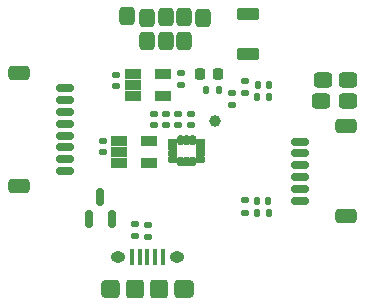
<source format=gbr>
%TF.GenerationSoftware,KiCad,Pcbnew,8.0.6*%
%TF.CreationDate,2025-01-28T20:51:36+01:00*%
%TF.ProjectId,Flight controller goated,466c6967-6874-4206-936f-6e74726f6c6c,rev?*%
%TF.SameCoordinates,Original*%
%TF.FileFunction,Soldermask,Top*%
%TF.FilePolarity,Negative*%
%FSLAX46Y46*%
G04 Gerber Fmt 4.6, Leading zero omitted, Abs format (unit mm)*
G04 Created by KiCad (PCBNEW 8.0.6) date 2025-01-28 20:51:36*
%MOMM*%
%LPD*%
G01*
G04 APERTURE LIST*
G04 Aperture macros list*
%AMRoundRect*
0 Rectangle with rounded corners*
0 $1 Rounding radius*
0 $2 $3 $4 $5 $6 $7 $8 $9 X,Y pos of 4 corners*
0 Add a 4 corners polygon primitive as box body*
4,1,4,$2,$3,$4,$5,$6,$7,$8,$9,$2,$3,0*
0 Add four circle primitives for the rounded corners*
1,1,$1+$1,$2,$3*
1,1,$1+$1,$4,$5*
1,1,$1+$1,$6,$7*
1,1,$1+$1,$8,$9*
0 Add four rect primitives between the rounded corners*
20,1,$1+$1,$2,$3,$4,$5,0*
20,1,$1+$1,$4,$5,$6,$7,0*
20,1,$1+$1,$6,$7,$8,$9,0*
20,1,$1+$1,$8,$9,$2,$3,0*%
G04 Aperture macros list end*
%ADD10C,0.010000*%
%ADD11RoundRect,0.135000X-0.185000X0.135000X-0.185000X-0.135000X0.185000X-0.135000X0.185000X0.135000X0*%
%ADD12RoundRect,0.325000X-0.325000X-0.475000X0.325000X-0.475000X0.325000X0.475000X-0.325000X0.475000X0*%
%ADD13C,1.000000*%
%ADD14RoundRect,0.325000X0.475000X-0.325000X0.475000X0.325000X-0.475000X0.325000X-0.475000X-0.325000X0*%
%ADD15RoundRect,0.135000X-0.135000X-0.185000X0.135000X-0.185000X0.135000X0.185000X-0.135000X0.185000X0*%
%ADD16RoundRect,0.150000X-0.625000X0.150000X-0.625000X-0.150000X0.625000X-0.150000X0.625000X0.150000X0*%
%ADD17RoundRect,0.250000X-0.650000X0.350000X-0.650000X-0.350000X0.650000X-0.350000X0.650000X0.350000X0*%
%ADD18RoundRect,0.218750X0.218750X0.256250X-0.218750X0.256250X-0.218750X-0.256250X0.218750X-0.256250X0*%
%ADD19RoundRect,0.100000X-0.100000X-0.575000X0.100000X-0.575000X0.100000X0.575000X-0.100000X0.575000X0*%
%ADD20O,0.890000X1.550000*%
%ADD21RoundRect,0.250000X-0.475000X-0.525000X0.475000X-0.525000X0.475000X0.525000X-0.475000X0.525000X0*%
%ADD22O,1.250000X0.950000*%
%ADD23RoundRect,0.250000X-0.500000X-0.525000X0.500000X-0.525000X0.500000X0.525000X-0.500000X0.525000X0*%
%ADD24RoundRect,0.147500X0.147500X0.172500X-0.147500X0.172500X-0.147500X-0.172500X0.147500X-0.172500X0*%
%ADD25RoundRect,0.140000X0.140000X0.170000X-0.140000X0.170000X-0.140000X-0.170000X0.140000X-0.170000X0*%
%ADD26RoundRect,0.135000X0.135000X0.185000X-0.135000X0.185000X-0.135000X-0.185000X0.135000X-0.185000X0*%
%ADD27RoundRect,0.140000X0.170000X-0.140000X0.170000X0.140000X-0.170000X0.140000X-0.170000X-0.140000X0*%
%ADD28RoundRect,0.150000X0.150000X-0.587500X0.150000X0.587500X-0.150000X0.587500X-0.150000X-0.587500X0*%
%ADD29RoundRect,0.140000X-0.170000X0.140000X-0.170000X-0.140000X0.170000X-0.140000X0.170000X0.140000X0*%
%ADD30RoundRect,0.102000X0.850000X-0.400000X0.850000X0.400000X-0.850000X0.400000X-0.850000X-0.400000X0*%
%ADD31RoundRect,0.106750X-0.605250X-0.320250X0.605250X-0.320250X0.605250X0.320250X-0.605250X0.320250X0*%
%ADD32RoundRect,0.135000X0.185000X-0.135000X0.185000X0.135000X-0.185000X0.135000X-0.185000X-0.135000X0*%
%ADD33RoundRect,0.150000X0.625000X-0.150000X0.625000X0.150000X-0.625000X0.150000X-0.625000X-0.150000X0*%
%ADD34RoundRect,0.250000X0.650000X-0.350000X0.650000X0.350000X-0.650000X0.350000X-0.650000X-0.350000X0*%
G04 APERTURE END LIST*
D10*
%TO.C,U5*%
X82305500Y-101826000D02*
X82312500Y-101827000D01*
X82318500Y-101828000D01*
X82324500Y-101829000D01*
X82331500Y-101831000D01*
X82337500Y-101833000D01*
X82343500Y-101836000D01*
X82349500Y-101839000D01*
X82355500Y-101842000D01*
X82360500Y-101845000D01*
X82365500Y-101849000D01*
X82371500Y-101853000D01*
X82376500Y-101857000D01*
X82380500Y-101862000D01*
X82385500Y-101866000D01*
X82389500Y-101871000D01*
X82393500Y-101877000D01*
X82397500Y-101882000D01*
X82400500Y-101888000D01*
X82403500Y-101893000D01*
X82406500Y-101899000D01*
X82409500Y-101905000D01*
X82411500Y-101911000D01*
X82413500Y-101918000D01*
X82414500Y-101924000D01*
X82415500Y-101930000D01*
X82416500Y-101937000D01*
X82417500Y-101943000D01*
X82417500Y-101950000D01*
X82417500Y-102150000D01*
X82417500Y-102157000D01*
X82416500Y-102163000D01*
X82415500Y-102170000D01*
X82414500Y-102176000D01*
X82413500Y-102182000D01*
X82411500Y-102189000D01*
X82409500Y-102195000D01*
X82406500Y-102201000D01*
X82403500Y-102207000D01*
X82400500Y-102212000D01*
X82397500Y-102218000D01*
X82393500Y-102223000D01*
X82389500Y-102229000D01*
X82385500Y-102234000D01*
X82380500Y-102238000D01*
X82376500Y-102243000D01*
X82371500Y-102247000D01*
X82365500Y-102251000D01*
X82360500Y-102255000D01*
X82355500Y-102258000D01*
X82349500Y-102261000D01*
X82343500Y-102264000D01*
X82337500Y-102267000D01*
X82331500Y-102269000D01*
X82324500Y-102271000D01*
X82318500Y-102272000D01*
X82312500Y-102273000D01*
X82305500Y-102274000D01*
X82299500Y-102275000D01*
X82292500Y-102275000D01*
X81852500Y-102275000D01*
X81845500Y-102275000D01*
X81839500Y-102274000D01*
X81832500Y-102273000D01*
X81826500Y-102272000D01*
X81820500Y-102271000D01*
X81813500Y-102269000D01*
X81807500Y-102267000D01*
X81801500Y-102264000D01*
X81795500Y-102261000D01*
X81789500Y-102258000D01*
X81784500Y-102255000D01*
X81779500Y-102251000D01*
X81773500Y-102247000D01*
X81768500Y-102243000D01*
X81764500Y-102238000D01*
X81759500Y-102234000D01*
X81755500Y-102229000D01*
X81751500Y-102223000D01*
X81747500Y-102218000D01*
X81744500Y-102212000D01*
X81741500Y-102207000D01*
X81738500Y-102201000D01*
X81735500Y-102195000D01*
X81733500Y-102189000D01*
X81731500Y-102182000D01*
X81730500Y-102176000D01*
X81729500Y-102170000D01*
X81728500Y-102163000D01*
X81727500Y-102157000D01*
X81727500Y-102150000D01*
X81727500Y-101950000D01*
X81727500Y-101943000D01*
X81728500Y-101937000D01*
X81729500Y-101930000D01*
X81730500Y-101924000D01*
X81731500Y-101918000D01*
X81733500Y-101911000D01*
X81735500Y-101905000D01*
X81738500Y-101899000D01*
X81741500Y-101893000D01*
X81744500Y-101888000D01*
X81747500Y-101882000D01*
X81751500Y-101877000D01*
X81755500Y-101871000D01*
X81759500Y-101866000D01*
X81764500Y-101862000D01*
X81768500Y-101857000D01*
X81773500Y-101853000D01*
X81779500Y-101849000D01*
X81784500Y-101845000D01*
X81789500Y-101842000D01*
X81795500Y-101839000D01*
X81801500Y-101836000D01*
X81807500Y-101833000D01*
X81813500Y-101831000D01*
X81820500Y-101829000D01*
X81826500Y-101828000D01*
X81832500Y-101827000D01*
X81839500Y-101826000D01*
X81845500Y-101825000D01*
X81852500Y-101825000D01*
X82292500Y-101825000D01*
X82299500Y-101825000D01*
X82305500Y-101826000D01*
G36*
X82305500Y-101826000D02*
G01*
X82312500Y-101827000D01*
X82318500Y-101828000D01*
X82324500Y-101829000D01*
X82331500Y-101831000D01*
X82337500Y-101833000D01*
X82343500Y-101836000D01*
X82349500Y-101839000D01*
X82355500Y-101842000D01*
X82360500Y-101845000D01*
X82365500Y-101849000D01*
X82371500Y-101853000D01*
X82376500Y-101857000D01*
X82380500Y-101862000D01*
X82385500Y-101866000D01*
X82389500Y-101871000D01*
X82393500Y-101877000D01*
X82397500Y-101882000D01*
X82400500Y-101888000D01*
X82403500Y-101893000D01*
X82406500Y-101899000D01*
X82409500Y-101905000D01*
X82411500Y-101911000D01*
X82413500Y-101918000D01*
X82414500Y-101924000D01*
X82415500Y-101930000D01*
X82416500Y-101937000D01*
X82417500Y-101943000D01*
X82417500Y-101950000D01*
X82417500Y-102150000D01*
X82417500Y-102157000D01*
X82416500Y-102163000D01*
X82415500Y-102170000D01*
X82414500Y-102176000D01*
X82413500Y-102182000D01*
X82411500Y-102189000D01*
X82409500Y-102195000D01*
X82406500Y-102201000D01*
X82403500Y-102207000D01*
X82400500Y-102212000D01*
X82397500Y-102218000D01*
X82393500Y-102223000D01*
X82389500Y-102229000D01*
X82385500Y-102234000D01*
X82380500Y-102238000D01*
X82376500Y-102243000D01*
X82371500Y-102247000D01*
X82365500Y-102251000D01*
X82360500Y-102255000D01*
X82355500Y-102258000D01*
X82349500Y-102261000D01*
X82343500Y-102264000D01*
X82337500Y-102267000D01*
X82331500Y-102269000D01*
X82324500Y-102271000D01*
X82318500Y-102272000D01*
X82312500Y-102273000D01*
X82305500Y-102274000D01*
X82299500Y-102275000D01*
X82292500Y-102275000D01*
X81852500Y-102275000D01*
X81845500Y-102275000D01*
X81839500Y-102274000D01*
X81832500Y-102273000D01*
X81826500Y-102272000D01*
X81820500Y-102271000D01*
X81813500Y-102269000D01*
X81807500Y-102267000D01*
X81801500Y-102264000D01*
X81795500Y-102261000D01*
X81789500Y-102258000D01*
X81784500Y-102255000D01*
X81779500Y-102251000D01*
X81773500Y-102247000D01*
X81768500Y-102243000D01*
X81764500Y-102238000D01*
X81759500Y-102234000D01*
X81755500Y-102229000D01*
X81751500Y-102223000D01*
X81747500Y-102218000D01*
X81744500Y-102212000D01*
X81741500Y-102207000D01*
X81738500Y-102201000D01*
X81735500Y-102195000D01*
X81733500Y-102189000D01*
X81731500Y-102182000D01*
X81730500Y-102176000D01*
X81729500Y-102170000D01*
X81728500Y-102163000D01*
X81727500Y-102157000D01*
X81727500Y-102150000D01*
X81727500Y-101950000D01*
X81727500Y-101943000D01*
X81728500Y-101937000D01*
X81729500Y-101930000D01*
X81730500Y-101924000D01*
X81731500Y-101918000D01*
X81733500Y-101911000D01*
X81735500Y-101905000D01*
X81738500Y-101899000D01*
X81741500Y-101893000D01*
X81744500Y-101888000D01*
X81747500Y-101882000D01*
X81751500Y-101877000D01*
X81755500Y-101871000D01*
X81759500Y-101866000D01*
X81764500Y-101862000D01*
X81768500Y-101857000D01*
X81773500Y-101853000D01*
X81779500Y-101849000D01*
X81784500Y-101845000D01*
X81789500Y-101842000D01*
X81795500Y-101839000D01*
X81801500Y-101836000D01*
X81807500Y-101833000D01*
X81813500Y-101831000D01*
X81820500Y-101829000D01*
X81826500Y-101828000D01*
X81832500Y-101827000D01*
X81839500Y-101826000D01*
X81845500Y-101825000D01*
X81852500Y-101825000D01*
X82292500Y-101825000D01*
X82299500Y-101825000D01*
X82305500Y-101826000D01*
G37*
X82305500Y-102326000D02*
X82312500Y-102327000D01*
X82318500Y-102328000D01*
X82324500Y-102329000D01*
X82331500Y-102331000D01*
X82337500Y-102333000D01*
X82343500Y-102336000D01*
X82349500Y-102339000D01*
X82355500Y-102342000D01*
X82360500Y-102345000D01*
X82365500Y-102349000D01*
X82371500Y-102353000D01*
X82376500Y-102357000D01*
X82380500Y-102362000D01*
X82385500Y-102366000D01*
X82389500Y-102371000D01*
X82393500Y-102377000D01*
X82397500Y-102382000D01*
X82400500Y-102388000D01*
X82403500Y-102393000D01*
X82406500Y-102399000D01*
X82409500Y-102405000D01*
X82411500Y-102411000D01*
X82413500Y-102418000D01*
X82414500Y-102424000D01*
X82415500Y-102430000D01*
X82416500Y-102437000D01*
X82417500Y-102443000D01*
X82417500Y-102450000D01*
X82417500Y-102650000D01*
X82417500Y-102657000D01*
X82416500Y-102663000D01*
X82415500Y-102670000D01*
X82414500Y-102676000D01*
X82413500Y-102682000D01*
X82411500Y-102689000D01*
X82409500Y-102695000D01*
X82406500Y-102701000D01*
X82403500Y-102707000D01*
X82400500Y-102712000D01*
X82397500Y-102718000D01*
X82393500Y-102723000D01*
X82389500Y-102729000D01*
X82385500Y-102734000D01*
X82380500Y-102738000D01*
X82376500Y-102743000D01*
X82371500Y-102747000D01*
X82365500Y-102751000D01*
X82360500Y-102755000D01*
X82355500Y-102758000D01*
X82349500Y-102761000D01*
X82343500Y-102764000D01*
X82337500Y-102767000D01*
X82331500Y-102769000D01*
X82324500Y-102771000D01*
X82318500Y-102772000D01*
X82312500Y-102773000D01*
X82305500Y-102774000D01*
X82299500Y-102775000D01*
X82292500Y-102775000D01*
X81852500Y-102775000D01*
X81845500Y-102775000D01*
X81839500Y-102774000D01*
X81832500Y-102773000D01*
X81826500Y-102772000D01*
X81820500Y-102771000D01*
X81813500Y-102769000D01*
X81807500Y-102767000D01*
X81801500Y-102764000D01*
X81795500Y-102761000D01*
X81789500Y-102758000D01*
X81784500Y-102755000D01*
X81779500Y-102751000D01*
X81773500Y-102747000D01*
X81768500Y-102743000D01*
X81764500Y-102738000D01*
X81759500Y-102734000D01*
X81755500Y-102729000D01*
X81751500Y-102723000D01*
X81747500Y-102718000D01*
X81744500Y-102712000D01*
X81741500Y-102707000D01*
X81738500Y-102701000D01*
X81735500Y-102695000D01*
X81733500Y-102689000D01*
X81731500Y-102682000D01*
X81730500Y-102676000D01*
X81729500Y-102670000D01*
X81728500Y-102663000D01*
X81727500Y-102657000D01*
X81727500Y-102650000D01*
X81727500Y-102450000D01*
X81727500Y-102443000D01*
X81728500Y-102437000D01*
X81729500Y-102430000D01*
X81730500Y-102424000D01*
X81731500Y-102418000D01*
X81733500Y-102411000D01*
X81735500Y-102405000D01*
X81738500Y-102399000D01*
X81741500Y-102393000D01*
X81744500Y-102388000D01*
X81747500Y-102382000D01*
X81751500Y-102377000D01*
X81755500Y-102371000D01*
X81759500Y-102366000D01*
X81764500Y-102362000D01*
X81768500Y-102357000D01*
X81773500Y-102353000D01*
X81779500Y-102349000D01*
X81784500Y-102345000D01*
X81789500Y-102342000D01*
X81795500Y-102339000D01*
X81801500Y-102336000D01*
X81807500Y-102333000D01*
X81813500Y-102331000D01*
X81820500Y-102329000D01*
X81826500Y-102328000D01*
X81832500Y-102327000D01*
X81839500Y-102326000D01*
X81845500Y-102325000D01*
X81852500Y-102325000D01*
X82292500Y-102325000D01*
X82299500Y-102325000D01*
X82305500Y-102326000D01*
G36*
X82305500Y-102326000D02*
G01*
X82312500Y-102327000D01*
X82318500Y-102328000D01*
X82324500Y-102329000D01*
X82331500Y-102331000D01*
X82337500Y-102333000D01*
X82343500Y-102336000D01*
X82349500Y-102339000D01*
X82355500Y-102342000D01*
X82360500Y-102345000D01*
X82365500Y-102349000D01*
X82371500Y-102353000D01*
X82376500Y-102357000D01*
X82380500Y-102362000D01*
X82385500Y-102366000D01*
X82389500Y-102371000D01*
X82393500Y-102377000D01*
X82397500Y-102382000D01*
X82400500Y-102388000D01*
X82403500Y-102393000D01*
X82406500Y-102399000D01*
X82409500Y-102405000D01*
X82411500Y-102411000D01*
X82413500Y-102418000D01*
X82414500Y-102424000D01*
X82415500Y-102430000D01*
X82416500Y-102437000D01*
X82417500Y-102443000D01*
X82417500Y-102450000D01*
X82417500Y-102650000D01*
X82417500Y-102657000D01*
X82416500Y-102663000D01*
X82415500Y-102670000D01*
X82414500Y-102676000D01*
X82413500Y-102682000D01*
X82411500Y-102689000D01*
X82409500Y-102695000D01*
X82406500Y-102701000D01*
X82403500Y-102707000D01*
X82400500Y-102712000D01*
X82397500Y-102718000D01*
X82393500Y-102723000D01*
X82389500Y-102729000D01*
X82385500Y-102734000D01*
X82380500Y-102738000D01*
X82376500Y-102743000D01*
X82371500Y-102747000D01*
X82365500Y-102751000D01*
X82360500Y-102755000D01*
X82355500Y-102758000D01*
X82349500Y-102761000D01*
X82343500Y-102764000D01*
X82337500Y-102767000D01*
X82331500Y-102769000D01*
X82324500Y-102771000D01*
X82318500Y-102772000D01*
X82312500Y-102773000D01*
X82305500Y-102774000D01*
X82299500Y-102775000D01*
X82292500Y-102775000D01*
X81852500Y-102775000D01*
X81845500Y-102775000D01*
X81839500Y-102774000D01*
X81832500Y-102773000D01*
X81826500Y-102772000D01*
X81820500Y-102771000D01*
X81813500Y-102769000D01*
X81807500Y-102767000D01*
X81801500Y-102764000D01*
X81795500Y-102761000D01*
X81789500Y-102758000D01*
X81784500Y-102755000D01*
X81779500Y-102751000D01*
X81773500Y-102747000D01*
X81768500Y-102743000D01*
X81764500Y-102738000D01*
X81759500Y-102734000D01*
X81755500Y-102729000D01*
X81751500Y-102723000D01*
X81747500Y-102718000D01*
X81744500Y-102712000D01*
X81741500Y-102707000D01*
X81738500Y-102701000D01*
X81735500Y-102695000D01*
X81733500Y-102689000D01*
X81731500Y-102682000D01*
X81730500Y-102676000D01*
X81729500Y-102670000D01*
X81728500Y-102663000D01*
X81727500Y-102657000D01*
X81727500Y-102650000D01*
X81727500Y-102450000D01*
X81727500Y-102443000D01*
X81728500Y-102437000D01*
X81729500Y-102430000D01*
X81730500Y-102424000D01*
X81731500Y-102418000D01*
X81733500Y-102411000D01*
X81735500Y-102405000D01*
X81738500Y-102399000D01*
X81741500Y-102393000D01*
X81744500Y-102388000D01*
X81747500Y-102382000D01*
X81751500Y-102377000D01*
X81755500Y-102371000D01*
X81759500Y-102366000D01*
X81764500Y-102362000D01*
X81768500Y-102357000D01*
X81773500Y-102353000D01*
X81779500Y-102349000D01*
X81784500Y-102345000D01*
X81789500Y-102342000D01*
X81795500Y-102339000D01*
X81801500Y-102336000D01*
X81807500Y-102333000D01*
X81813500Y-102331000D01*
X81820500Y-102329000D01*
X81826500Y-102328000D01*
X81832500Y-102327000D01*
X81839500Y-102326000D01*
X81845500Y-102325000D01*
X81852500Y-102325000D01*
X82292500Y-102325000D01*
X82299500Y-102325000D01*
X82305500Y-102326000D01*
G37*
X82305500Y-102826000D02*
X82312500Y-102827000D01*
X82318500Y-102828000D01*
X82324500Y-102829000D01*
X82331500Y-102831000D01*
X82337500Y-102833000D01*
X82343500Y-102836000D01*
X82349500Y-102839000D01*
X82355500Y-102842000D01*
X82360500Y-102845000D01*
X82365500Y-102849000D01*
X82371500Y-102853000D01*
X82376500Y-102857000D01*
X82380500Y-102862000D01*
X82385500Y-102866000D01*
X82389500Y-102871000D01*
X82393500Y-102877000D01*
X82397500Y-102882000D01*
X82400500Y-102888000D01*
X82403500Y-102893000D01*
X82406500Y-102899000D01*
X82409500Y-102905000D01*
X82411500Y-102911000D01*
X82413500Y-102918000D01*
X82414500Y-102924000D01*
X82415500Y-102930000D01*
X82416500Y-102937000D01*
X82417500Y-102943000D01*
X82417500Y-102950000D01*
X82417500Y-103150000D01*
X82417500Y-103157000D01*
X82416500Y-103163000D01*
X82415500Y-103170000D01*
X82414500Y-103176000D01*
X82413500Y-103182000D01*
X82411500Y-103189000D01*
X82409500Y-103195000D01*
X82406500Y-103201000D01*
X82403500Y-103207000D01*
X82400500Y-103212000D01*
X82397500Y-103218000D01*
X82393500Y-103223000D01*
X82389500Y-103229000D01*
X82385500Y-103234000D01*
X82380500Y-103238000D01*
X82376500Y-103243000D01*
X82371500Y-103247000D01*
X82365500Y-103251000D01*
X82360500Y-103255000D01*
X82355500Y-103258000D01*
X82349500Y-103261000D01*
X82343500Y-103264000D01*
X82337500Y-103267000D01*
X82331500Y-103269000D01*
X82324500Y-103271000D01*
X82318500Y-103272000D01*
X82312500Y-103273000D01*
X82305500Y-103274000D01*
X82299500Y-103275000D01*
X82292500Y-103275000D01*
X81852500Y-103275000D01*
X81845500Y-103275000D01*
X81839500Y-103274000D01*
X81832500Y-103273000D01*
X81826500Y-103272000D01*
X81820500Y-103271000D01*
X81813500Y-103269000D01*
X81807500Y-103267000D01*
X81801500Y-103264000D01*
X81795500Y-103261000D01*
X81789500Y-103258000D01*
X81784500Y-103255000D01*
X81779500Y-103251000D01*
X81773500Y-103247000D01*
X81768500Y-103243000D01*
X81764500Y-103238000D01*
X81759500Y-103234000D01*
X81755500Y-103229000D01*
X81751500Y-103223000D01*
X81747500Y-103218000D01*
X81744500Y-103212000D01*
X81741500Y-103207000D01*
X81738500Y-103201000D01*
X81735500Y-103195000D01*
X81733500Y-103189000D01*
X81731500Y-103182000D01*
X81730500Y-103176000D01*
X81729500Y-103170000D01*
X81728500Y-103163000D01*
X81727500Y-103157000D01*
X81727500Y-103150000D01*
X81727500Y-102950000D01*
X81727500Y-102943000D01*
X81728500Y-102937000D01*
X81729500Y-102930000D01*
X81730500Y-102924000D01*
X81731500Y-102918000D01*
X81733500Y-102911000D01*
X81735500Y-102905000D01*
X81738500Y-102899000D01*
X81741500Y-102893000D01*
X81744500Y-102888000D01*
X81747500Y-102882000D01*
X81751500Y-102877000D01*
X81755500Y-102871000D01*
X81759500Y-102866000D01*
X81764500Y-102862000D01*
X81768500Y-102857000D01*
X81773500Y-102853000D01*
X81779500Y-102849000D01*
X81784500Y-102845000D01*
X81789500Y-102842000D01*
X81795500Y-102839000D01*
X81801500Y-102836000D01*
X81807500Y-102833000D01*
X81813500Y-102831000D01*
X81820500Y-102829000D01*
X81826500Y-102828000D01*
X81832500Y-102827000D01*
X81839500Y-102826000D01*
X81845500Y-102825000D01*
X81852500Y-102825000D01*
X82292500Y-102825000D01*
X82299500Y-102825000D01*
X82305500Y-102826000D01*
G36*
X82305500Y-102826000D02*
G01*
X82312500Y-102827000D01*
X82318500Y-102828000D01*
X82324500Y-102829000D01*
X82331500Y-102831000D01*
X82337500Y-102833000D01*
X82343500Y-102836000D01*
X82349500Y-102839000D01*
X82355500Y-102842000D01*
X82360500Y-102845000D01*
X82365500Y-102849000D01*
X82371500Y-102853000D01*
X82376500Y-102857000D01*
X82380500Y-102862000D01*
X82385500Y-102866000D01*
X82389500Y-102871000D01*
X82393500Y-102877000D01*
X82397500Y-102882000D01*
X82400500Y-102888000D01*
X82403500Y-102893000D01*
X82406500Y-102899000D01*
X82409500Y-102905000D01*
X82411500Y-102911000D01*
X82413500Y-102918000D01*
X82414500Y-102924000D01*
X82415500Y-102930000D01*
X82416500Y-102937000D01*
X82417500Y-102943000D01*
X82417500Y-102950000D01*
X82417500Y-103150000D01*
X82417500Y-103157000D01*
X82416500Y-103163000D01*
X82415500Y-103170000D01*
X82414500Y-103176000D01*
X82413500Y-103182000D01*
X82411500Y-103189000D01*
X82409500Y-103195000D01*
X82406500Y-103201000D01*
X82403500Y-103207000D01*
X82400500Y-103212000D01*
X82397500Y-103218000D01*
X82393500Y-103223000D01*
X82389500Y-103229000D01*
X82385500Y-103234000D01*
X82380500Y-103238000D01*
X82376500Y-103243000D01*
X82371500Y-103247000D01*
X82365500Y-103251000D01*
X82360500Y-103255000D01*
X82355500Y-103258000D01*
X82349500Y-103261000D01*
X82343500Y-103264000D01*
X82337500Y-103267000D01*
X82331500Y-103269000D01*
X82324500Y-103271000D01*
X82318500Y-103272000D01*
X82312500Y-103273000D01*
X82305500Y-103274000D01*
X82299500Y-103275000D01*
X82292500Y-103275000D01*
X81852500Y-103275000D01*
X81845500Y-103275000D01*
X81839500Y-103274000D01*
X81832500Y-103273000D01*
X81826500Y-103272000D01*
X81820500Y-103271000D01*
X81813500Y-103269000D01*
X81807500Y-103267000D01*
X81801500Y-103264000D01*
X81795500Y-103261000D01*
X81789500Y-103258000D01*
X81784500Y-103255000D01*
X81779500Y-103251000D01*
X81773500Y-103247000D01*
X81768500Y-103243000D01*
X81764500Y-103238000D01*
X81759500Y-103234000D01*
X81755500Y-103229000D01*
X81751500Y-103223000D01*
X81747500Y-103218000D01*
X81744500Y-103212000D01*
X81741500Y-103207000D01*
X81738500Y-103201000D01*
X81735500Y-103195000D01*
X81733500Y-103189000D01*
X81731500Y-103182000D01*
X81730500Y-103176000D01*
X81729500Y-103170000D01*
X81728500Y-103163000D01*
X81727500Y-103157000D01*
X81727500Y-103150000D01*
X81727500Y-102950000D01*
X81727500Y-102943000D01*
X81728500Y-102937000D01*
X81729500Y-102930000D01*
X81730500Y-102924000D01*
X81731500Y-102918000D01*
X81733500Y-102911000D01*
X81735500Y-102905000D01*
X81738500Y-102899000D01*
X81741500Y-102893000D01*
X81744500Y-102888000D01*
X81747500Y-102882000D01*
X81751500Y-102877000D01*
X81755500Y-102871000D01*
X81759500Y-102866000D01*
X81764500Y-102862000D01*
X81768500Y-102857000D01*
X81773500Y-102853000D01*
X81779500Y-102849000D01*
X81784500Y-102845000D01*
X81789500Y-102842000D01*
X81795500Y-102839000D01*
X81801500Y-102836000D01*
X81807500Y-102833000D01*
X81813500Y-102831000D01*
X81820500Y-102829000D01*
X81826500Y-102828000D01*
X81832500Y-102827000D01*
X81839500Y-102826000D01*
X81845500Y-102825000D01*
X81852500Y-102825000D01*
X82292500Y-102825000D01*
X82299500Y-102825000D01*
X82305500Y-102826000D01*
G37*
X82305500Y-103326000D02*
X82312500Y-103327000D01*
X82318500Y-103328000D01*
X82324500Y-103329000D01*
X82331500Y-103331000D01*
X82337500Y-103333000D01*
X82343500Y-103336000D01*
X82349500Y-103339000D01*
X82355500Y-103342000D01*
X82360500Y-103345000D01*
X82365500Y-103349000D01*
X82371500Y-103353000D01*
X82376500Y-103357000D01*
X82380500Y-103362000D01*
X82385500Y-103366000D01*
X82389500Y-103371000D01*
X82393500Y-103377000D01*
X82397500Y-103382000D01*
X82400500Y-103388000D01*
X82403500Y-103393000D01*
X82406500Y-103399000D01*
X82409500Y-103405000D01*
X82411500Y-103411000D01*
X82413500Y-103418000D01*
X82414500Y-103424000D01*
X82415500Y-103430000D01*
X82416500Y-103437000D01*
X82417500Y-103443000D01*
X82417500Y-103450000D01*
X82417500Y-103650000D01*
X82417500Y-103657000D01*
X82416500Y-103663000D01*
X82415500Y-103670000D01*
X82414500Y-103676000D01*
X82413500Y-103682000D01*
X82411500Y-103689000D01*
X82409500Y-103695000D01*
X82406500Y-103701000D01*
X82403500Y-103707000D01*
X82400500Y-103712000D01*
X82397500Y-103718000D01*
X82393500Y-103723000D01*
X82389500Y-103729000D01*
X82385500Y-103734000D01*
X82380500Y-103738000D01*
X82376500Y-103743000D01*
X82371500Y-103747000D01*
X82365500Y-103751000D01*
X82360500Y-103755000D01*
X82355500Y-103758000D01*
X82349500Y-103761000D01*
X82343500Y-103764000D01*
X82337500Y-103767000D01*
X82331500Y-103769000D01*
X82324500Y-103771000D01*
X82318500Y-103772000D01*
X82312500Y-103773000D01*
X82305500Y-103774000D01*
X82299500Y-103775000D01*
X82292500Y-103775000D01*
X81852500Y-103775000D01*
X81845500Y-103775000D01*
X81839500Y-103774000D01*
X81832500Y-103773000D01*
X81826500Y-103772000D01*
X81820500Y-103771000D01*
X81813500Y-103769000D01*
X81807500Y-103767000D01*
X81801500Y-103764000D01*
X81795500Y-103761000D01*
X81789500Y-103758000D01*
X81784500Y-103755000D01*
X81779500Y-103751000D01*
X81773500Y-103747000D01*
X81768500Y-103743000D01*
X81764500Y-103738000D01*
X81759500Y-103734000D01*
X81755500Y-103729000D01*
X81751500Y-103723000D01*
X81747500Y-103718000D01*
X81744500Y-103712000D01*
X81741500Y-103707000D01*
X81738500Y-103701000D01*
X81735500Y-103695000D01*
X81733500Y-103689000D01*
X81731500Y-103682000D01*
X81730500Y-103676000D01*
X81729500Y-103670000D01*
X81728500Y-103663000D01*
X81727500Y-103657000D01*
X81727500Y-103650000D01*
X81727500Y-103450000D01*
X81727500Y-103443000D01*
X81728500Y-103437000D01*
X81729500Y-103430000D01*
X81730500Y-103424000D01*
X81731500Y-103418000D01*
X81733500Y-103411000D01*
X81735500Y-103405000D01*
X81738500Y-103399000D01*
X81741500Y-103393000D01*
X81744500Y-103388000D01*
X81747500Y-103382000D01*
X81751500Y-103377000D01*
X81755500Y-103371000D01*
X81759500Y-103366000D01*
X81764500Y-103362000D01*
X81768500Y-103357000D01*
X81773500Y-103353000D01*
X81779500Y-103349000D01*
X81784500Y-103345000D01*
X81789500Y-103342000D01*
X81795500Y-103339000D01*
X81801500Y-103336000D01*
X81807500Y-103333000D01*
X81813500Y-103331000D01*
X81820500Y-103329000D01*
X81826500Y-103328000D01*
X81832500Y-103327000D01*
X81839500Y-103326000D01*
X81845500Y-103325000D01*
X81852500Y-103325000D01*
X82292500Y-103325000D01*
X82299500Y-103325000D01*
X82305500Y-103326000D01*
G36*
X82305500Y-103326000D02*
G01*
X82312500Y-103327000D01*
X82318500Y-103328000D01*
X82324500Y-103329000D01*
X82331500Y-103331000D01*
X82337500Y-103333000D01*
X82343500Y-103336000D01*
X82349500Y-103339000D01*
X82355500Y-103342000D01*
X82360500Y-103345000D01*
X82365500Y-103349000D01*
X82371500Y-103353000D01*
X82376500Y-103357000D01*
X82380500Y-103362000D01*
X82385500Y-103366000D01*
X82389500Y-103371000D01*
X82393500Y-103377000D01*
X82397500Y-103382000D01*
X82400500Y-103388000D01*
X82403500Y-103393000D01*
X82406500Y-103399000D01*
X82409500Y-103405000D01*
X82411500Y-103411000D01*
X82413500Y-103418000D01*
X82414500Y-103424000D01*
X82415500Y-103430000D01*
X82416500Y-103437000D01*
X82417500Y-103443000D01*
X82417500Y-103450000D01*
X82417500Y-103650000D01*
X82417500Y-103657000D01*
X82416500Y-103663000D01*
X82415500Y-103670000D01*
X82414500Y-103676000D01*
X82413500Y-103682000D01*
X82411500Y-103689000D01*
X82409500Y-103695000D01*
X82406500Y-103701000D01*
X82403500Y-103707000D01*
X82400500Y-103712000D01*
X82397500Y-103718000D01*
X82393500Y-103723000D01*
X82389500Y-103729000D01*
X82385500Y-103734000D01*
X82380500Y-103738000D01*
X82376500Y-103743000D01*
X82371500Y-103747000D01*
X82365500Y-103751000D01*
X82360500Y-103755000D01*
X82355500Y-103758000D01*
X82349500Y-103761000D01*
X82343500Y-103764000D01*
X82337500Y-103767000D01*
X82331500Y-103769000D01*
X82324500Y-103771000D01*
X82318500Y-103772000D01*
X82312500Y-103773000D01*
X82305500Y-103774000D01*
X82299500Y-103775000D01*
X82292500Y-103775000D01*
X81852500Y-103775000D01*
X81845500Y-103775000D01*
X81839500Y-103774000D01*
X81832500Y-103773000D01*
X81826500Y-103772000D01*
X81820500Y-103771000D01*
X81813500Y-103769000D01*
X81807500Y-103767000D01*
X81801500Y-103764000D01*
X81795500Y-103761000D01*
X81789500Y-103758000D01*
X81784500Y-103755000D01*
X81779500Y-103751000D01*
X81773500Y-103747000D01*
X81768500Y-103743000D01*
X81764500Y-103738000D01*
X81759500Y-103734000D01*
X81755500Y-103729000D01*
X81751500Y-103723000D01*
X81747500Y-103718000D01*
X81744500Y-103712000D01*
X81741500Y-103707000D01*
X81738500Y-103701000D01*
X81735500Y-103695000D01*
X81733500Y-103689000D01*
X81731500Y-103682000D01*
X81730500Y-103676000D01*
X81729500Y-103670000D01*
X81728500Y-103663000D01*
X81727500Y-103657000D01*
X81727500Y-103650000D01*
X81727500Y-103450000D01*
X81727500Y-103443000D01*
X81728500Y-103437000D01*
X81729500Y-103430000D01*
X81730500Y-103424000D01*
X81731500Y-103418000D01*
X81733500Y-103411000D01*
X81735500Y-103405000D01*
X81738500Y-103399000D01*
X81741500Y-103393000D01*
X81744500Y-103388000D01*
X81747500Y-103382000D01*
X81751500Y-103377000D01*
X81755500Y-103371000D01*
X81759500Y-103366000D01*
X81764500Y-103362000D01*
X81768500Y-103357000D01*
X81773500Y-103353000D01*
X81779500Y-103349000D01*
X81784500Y-103345000D01*
X81789500Y-103342000D01*
X81795500Y-103339000D01*
X81801500Y-103336000D01*
X81807500Y-103333000D01*
X81813500Y-103331000D01*
X81820500Y-103329000D01*
X81826500Y-103328000D01*
X81832500Y-103327000D01*
X81839500Y-103326000D01*
X81845500Y-103325000D01*
X81852500Y-103325000D01*
X82292500Y-103325000D01*
X82299500Y-103325000D01*
X82305500Y-103326000D01*
G37*
X82850500Y-101541000D02*
X82857500Y-101542000D01*
X82863500Y-101543000D01*
X82869500Y-101544000D01*
X82876500Y-101546000D01*
X82882500Y-101548000D01*
X82888500Y-101551000D01*
X82894500Y-101554000D01*
X82900500Y-101557000D01*
X82905500Y-101560000D01*
X82910500Y-101564000D01*
X82916500Y-101568000D01*
X82921500Y-101572000D01*
X82925500Y-101577000D01*
X82930500Y-101581000D01*
X82934500Y-101586000D01*
X82938500Y-101592000D01*
X82942500Y-101597000D01*
X82945500Y-101602000D01*
X82948500Y-101608000D01*
X82951500Y-101614000D01*
X82954500Y-101620000D01*
X82956500Y-101626000D01*
X82958500Y-101633000D01*
X82959500Y-101639000D01*
X82960500Y-101645000D01*
X82961500Y-101652000D01*
X82962500Y-101658000D01*
X82962500Y-101665000D01*
X82962500Y-102105000D01*
X82962500Y-102112000D01*
X82961500Y-102118000D01*
X82960500Y-102125000D01*
X82959500Y-102131000D01*
X82958500Y-102137000D01*
X82956500Y-102144000D01*
X82954500Y-102150000D01*
X82951500Y-102156000D01*
X82948500Y-102162000D01*
X82945500Y-102168000D01*
X82942500Y-102173000D01*
X82938500Y-102178000D01*
X82934500Y-102184000D01*
X82930500Y-102189000D01*
X82925500Y-102193000D01*
X82921500Y-102198000D01*
X82916500Y-102202000D01*
X82910500Y-102206000D01*
X82905500Y-102210000D01*
X82899500Y-102213000D01*
X82894500Y-102216000D01*
X82888500Y-102219000D01*
X82882500Y-102222000D01*
X82876500Y-102224000D01*
X82869500Y-102226000D01*
X82863500Y-102227000D01*
X82857500Y-102228000D01*
X82850500Y-102229000D01*
X82844500Y-102230000D01*
X82837500Y-102230000D01*
X82637500Y-102230000D01*
X82630500Y-102230000D01*
X82624500Y-102229000D01*
X82617500Y-102228000D01*
X82611500Y-102227000D01*
X82605500Y-102226000D01*
X82598500Y-102224000D01*
X82592500Y-102222000D01*
X82586500Y-102219000D01*
X82580500Y-102216000D01*
X82575500Y-102213000D01*
X82569500Y-102210000D01*
X82564500Y-102206000D01*
X82558500Y-102202000D01*
X82553500Y-102198000D01*
X82549500Y-102193000D01*
X82544500Y-102189000D01*
X82540500Y-102184000D01*
X82536500Y-102178000D01*
X82532500Y-102173000D01*
X82529500Y-102168000D01*
X82526500Y-102162000D01*
X82523500Y-102156000D01*
X82520500Y-102150000D01*
X82518500Y-102144000D01*
X82516500Y-102137000D01*
X82515500Y-102131000D01*
X82514500Y-102125000D01*
X82513500Y-102118000D01*
X82512500Y-102112000D01*
X82512500Y-102105000D01*
X82512500Y-101665000D01*
X82512500Y-101658000D01*
X82513500Y-101652000D01*
X82514500Y-101645000D01*
X82515500Y-101639000D01*
X82516500Y-101633000D01*
X82518500Y-101626000D01*
X82520500Y-101620000D01*
X82523500Y-101614000D01*
X82526500Y-101608000D01*
X82529500Y-101602000D01*
X82532500Y-101597000D01*
X82536500Y-101592000D01*
X82540500Y-101586000D01*
X82544500Y-101581000D01*
X82549500Y-101577000D01*
X82553500Y-101572000D01*
X82558500Y-101568000D01*
X82564500Y-101564000D01*
X82569500Y-101560000D01*
X82575500Y-101557000D01*
X82580500Y-101554000D01*
X82586500Y-101551000D01*
X82592500Y-101548000D01*
X82598500Y-101546000D01*
X82605500Y-101544000D01*
X82611500Y-101543000D01*
X82617500Y-101542000D01*
X82624500Y-101541000D01*
X82630500Y-101540000D01*
X82637500Y-101540000D01*
X82837500Y-101540000D01*
X82844500Y-101540000D01*
X82850500Y-101541000D01*
G36*
X82850500Y-101541000D02*
G01*
X82857500Y-101542000D01*
X82863500Y-101543000D01*
X82869500Y-101544000D01*
X82876500Y-101546000D01*
X82882500Y-101548000D01*
X82888500Y-101551000D01*
X82894500Y-101554000D01*
X82900500Y-101557000D01*
X82905500Y-101560000D01*
X82910500Y-101564000D01*
X82916500Y-101568000D01*
X82921500Y-101572000D01*
X82925500Y-101577000D01*
X82930500Y-101581000D01*
X82934500Y-101586000D01*
X82938500Y-101592000D01*
X82942500Y-101597000D01*
X82945500Y-101602000D01*
X82948500Y-101608000D01*
X82951500Y-101614000D01*
X82954500Y-101620000D01*
X82956500Y-101626000D01*
X82958500Y-101633000D01*
X82959500Y-101639000D01*
X82960500Y-101645000D01*
X82961500Y-101652000D01*
X82962500Y-101658000D01*
X82962500Y-101665000D01*
X82962500Y-102105000D01*
X82962500Y-102112000D01*
X82961500Y-102118000D01*
X82960500Y-102125000D01*
X82959500Y-102131000D01*
X82958500Y-102137000D01*
X82956500Y-102144000D01*
X82954500Y-102150000D01*
X82951500Y-102156000D01*
X82948500Y-102162000D01*
X82945500Y-102168000D01*
X82942500Y-102173000D01*
X82938500Y-102178000D01*
X82934500Y-102184000D01*
X82930500Y-102189000D01*
X82925500Y-102193000D01*
X82921500Y-102198000D01*
X82916500Y-102202000D01*
X82910500Y-102206000D01*
X82905500Y-102210000D01*
X82899500Y-102213000D01*
X82894500Y-102216000D01*
X82888500Y-102219000D01*
X82882500Y-102222000D01*
X82876500Y-102224000D01*
X82869500Y-102226000D01*
X82863500Y-102227000D01*
X82857500Y-102228000D01*
X82850500Y-102229000D01*
X82844500Y-102230000D01*
X82837500Y-102230000D01*
X82637500Y-102230000D01*
X82630500Y-102230000D01*
X82624500Y-102229000D01*
X82617500Y-102228000D01*
X82611500Y-102227000D01*
X82605500Y-102226000D01*
X82598500Y-102224000D01*
X82592500Y-102222000D01*
X82586500Y-102219000D01*
X82580500Y-102216000D01*
X82575500Y-102213000D01*
X82569500Y-102210000D01*
X82564500Y-102206000D01*
X82558500Y-102202000D01*
X82553500Y-102198000D01*
X82549500Y-102193000D01*
X82544500Y-102189000D01*
X82540500Y-102184000D01*
X82536500Y-102178000D01*
X82532500Y-102173000D01*
X82529500Y-102168000D01*
X82526500Y-102162000D01*
X82523500Y-102156000D01*
X82520500Y-102150000D01*
X82518500Y-102144000D01*
X82516500Y-102137000D01*
X82515500Y-102131000D01*
X82514500Y-102125000D01*
X82513500Y-102118000D01*
X82512500Y-102112000D01*
X82512500Y-102105000D01*
X82512500Y-101665000D01*
X82512500Y-101658000D01*
X82513500Y-101652000D01*
X82514500Y-101645000D01*
X82515500Y-101639000D01*
X82516500Y-101633000D01*
X82518500Y-101626000D01*
X82520500Y-101620000D01*
X82523500Y-101614000D01*
X82526500Y-101608000D01*
X82529500Y-101602000D01*
X82532500Y-101597000D01*
X82536500Y-101592000D01*
X82540500Y-101586000D01*
X82544500Y-101581000D01*
X82549500Y-101577000D01*
X82553500Y-101572000D01*
X82558500Y-101568000D01*
X82564500Y-101564000D01*
X82569500Y-101560000D01*
X82575500Y-101557000D01*
X82580500Y-101554000D01*
X82586500Y-101551000D01*
X82592500Y-101548000D01*
X82598500Y-101546000D01*
X82605500Y-101544000D01*
X82611500Y-101543000D01*
X82617500Y-101542000D01*
X82624500Y-101541000D01*
X82630500Y-101540000D01*
X82637500Y-101540000D01*
X82837500Y-101540000D01*
X82844500Y-101540000D01*
X82850500Y-101541000D01*
G37*
X82850500Y-103371000D02*
X82857500Y-103372000D01*
X82863500Y-103373000D01*
X82869500Y-103374000D01*
X82876500Y-103376000D01*
X82882500Y-103378000D01*
X82888500Y-103381000D01*
X82894500Y-103384000D01*
X82900500Y-103387000D01*
X82905500Y-103390000D01*
X82910500Y-103394000D01*
X82916500Y-103398000D01*
X82921500Y-103402000D01*
X82925500Y-103407000D01*
X82930500Y-103411000D01*
X82934500Y-103416000D01*
X82938500Y-103422000D01*
X82942500Y-103427000D01*
X82945500Y-103432000D01*
X82948500Y-103438000D01*
X82951500Y-103444000D01*
X82954500Y-103450000D01*
X82956500Y-103456000D01*
X82958500Y-103463000D01*
X82959500Y-103469000D01*
X82960500Y-103475000D01*
X82961500Y-103482000D01*
X82962500Y-103488000D01*
X82962500Y-103495000D01*
X82962500Y-103935000D01*
X82962500Y-103942000D01*
X82961500Y-103948000D01*
X82960500Y-103955000D01*
X82959500Y-103961000D01*
X82958500Y-103967000D01*
X82956500Y-103974000D01*
X82954500Y-103980000D01*
X82951500Y-103986000D01*
X82948500Y-103992000D01*
X82945500Y-103998000D01*
X82942500Y-104003000D01*
X82938500Y-104008000D01*
X82934500Y-104014000D01*
X82930500Y-104019000D01*
X82925500Y-104023000D01*
X82921500Y-104028000D01*
X82916500Y-104032000D01*
X82910500Y-104036000D01*
X82905500Y-104040000D01*
X82899500Y-104043000D01*
X82894500Y-104046000D01*
X82888500Y-104049000D01*
X82882500Y-104052000D01*
X82876500Y-104054000D01*
X82869500Y-104056000D01*
X82863500Y-104057000D01*
X82857500Y-104058000D01*
X82850500Y-104059000D01*
X82844500Y-104060000D01*
X82837500Y-104060000D01*
X82637500Y-104060000D01*
X82630500Y-104060000D01*
X82624500Y-104059000D01*
X82617500Y-104058000D01*
X82611500Y-104057000D01*
X82605500Y-104056000D01*
X82598500Y-104054000D01*
X82592500Y-104052000D01*
X82586500Y-104049000D01*
X82580500Y-104046000D01*
X82575500Y-104043000D01*
X82569500Y-104040000D01*
X82564500Y-104036000D01*
X82558500Y-104032000D01*
X82553500Y-104028000D01*
X82549500Y-104023000D01*
X82544500Y-104019000D01*
X82540500Y-104014000D01*
X82536500Y-104008000D01*
X82532500Y-104003000D01*
X82529500Y-103998000D01*
X82526500Y-103992000D01*
X82523500Y-103986000D01*
X82520500Y-103980000D01*
X82518500Y-103974000D01*
X82516500Y-103967000D01*
X82515500Y-103961000D01*
X82514500Y-103955000D01*
X82513500Y-103948000D01*
X82512500Y-103942000D01*
X82512500Y-103935000D01*
X82512500Y-103495000D01*
X82512500Y-103488000D01*
X82513500Y-103482000D01*
X82514500Y-103475000D01*
X82515500Y-103469000D01*
X82516500Y-103463000D01*
X82518500Y-103456000D01*
X82520500Y-103450000D01*
X82523500Y-103444000D01*
X82526500Y-103438000D01*
X82529500Y-103432000D01*
X82532500Y-103427000D01*
X82536500Y-103422000D01*
X82540500Y-103416000D01*
X82544500Y-103411000D01*
X82549500Y-103407000D01*
X82553500Y-103402000D01*
X82558500Y-103398000D01*
X82564500Y-103394000D01*
X82569500Y-103390000D01*
X82575500Y-103387000D01*
X82580500Y-103384000D01*
X82586500Y-103381000D01*
X82592500Y-103378000D01*
X82598500Y-103376000D01*
X82605500Y-103374000D01*
X82611500Y-103373000D01*
X82617500Y-103372000D01*
X82624500Y-103371000D01*
X82630500Y-103370000D01*
X82637500Y-103370000D01*
X82837500Y-103370000D01*
X82844500Y-103370000D01*
X82850500Y-103371000D01*
G36*
X82850500Y-103371000D02*
G01*
X82857500Y-103372000D01*
X82863500Y-103373000D01*
X82869500Y-103374000D01*
X82876500Y-103376000D01*
X82882500Y-103378000D01*
X82888500Y-103381000D01*
X82894500Y-103384000D01*
X82900500Y-103387000D01*
X82905500Y-103390000D01*
X82910500Y-103394000D01*
X82916500Y-103398000D01*
X82921500Y-103402000D01*
X82925500Y-103407000D01*
X82930500Y-103411000D01*
X82934500Y-103416000D01*
X82938500Y-103422000D01*
X82942500Y-103427000D01*
X82945500Y-103432000D01*
X82948500Y-103438000D01*
X82951500Y-103444000D01*
X82954500Y-103450000D01*
X82956500Y-103456000D01*
X82958500Y-103463000D01*
X82959500Y-103469000D01*
X82960500Y-103475000D01*
X82961500Y-103482000D01*
X82962500Y-103488000D01*
X82962500Y-103495000D01*
X82962500Y-103935000D01*
X82962500Y-103942000D01*
X82961500Y-103948000D01*
X82960500Y-103955000D01*
X82959500Y-103961000D01*
X82958500Y-103967000D01*
X82956500Y-103974000D01*
X82954500Y-103980000D01*
X82951500Y-103986000D01*
X82948500Y-103992000D01*
X82945500Y-103998000D01*
X82942500Y-104003000D01*
X82938500Y-104008000D01*
X82934500Y-104014000D01*
X82930500Y-104019000D01*
X82925500Y-104023000D01*
X82921500Y-104028000D01*
X82916500Y-104032000D01*
X82910500Y-104036000D01*
X82905500Y-104040000D01*
X82899500Y-104043000D01*
X82894500Y-104046000D01*
X82888500Y-104049000D01*
X82882500Y-104052000D01*
X82876500Y-104054000D01*
X82869500Y-104056000D01*
X82863500Y-104057000D01*
X82857500Y-104058000D01*
X82850500Y-104059000D01*
X82844500Y-104060000D01*
X82837500Y-104060000D01*
X82637500Y-104060000D01*
X82630500Y-104060000D01*
X82624500Y-104059000D01*
X82617500Y-104058000D01*
X82611500Y-104057000D01*
X82605500Y-104056000D01*
X82598500Y-104054000D01*
X82592500Y-104052000D01*
X82586500Y-104049000D01*
X82580500Y-104046000D01*
X82575500Y-104043000D01*
X82569500Y-104040000D01*
X82564500Y-104036000D01*
X82558500Y-104032000D01*
X82553500Y-104028000D01*
X82549500Y-104023000D01*
X82544500Y-104019000D01*
X82540500Y-104014000D01*
X82536500Y-104008000D01*
X82532500Y-104003000D01*
X82529500Y-103998000D01*
X82526500Y-103992000D01*
X82523500Y-103986000D01*
X82520500Y-103980000D01*
X82518500Y-103974000D01*
X82516500Y-103967000D01*
X82515500Y-103961000D01*
X82514500Y-103955000D01*
X82513500Y-103948000D01*
X82512500Y-103942000D01*
X82512500Y-103935000D01*
X82512500Y-103495000D01*
X82512500Y-103488000D01*
X82513500Y-103482000D01*
X82514500Y-103475000D01*
X82515500Y-103469000D01*
X82516500Y-103463000D01*
X82518500Y-103456000D01*
X82520500Y-103450000D01*
X82523500Y-103444000D01*
X82526500Y-103438000D01*
X82529500Y-103432000D01*
X82532500Y-103427000D01*
X82536500Y-103422000D01*
X82540500Y-103416000D01*
X82544500Y-103411000D01*
X82549500Y-103407000D01*
X82553500Y-103402000D01*
X82558500Y-103398000D01*
X82564500Y-103394000D01*
X82569500Y-103390000D01*
X82575500Y-103387000D01*
X82580500Y-103384000D01*
X82586500Y-103381000D01*
X82592500Y-103378000D01*
X82598500Y-103376000D01*
X82605500Y-103374000D01*
X82611500Y-103373000D01*
X82617500Y-103372000D01*
X82624500Y-103371000D01*
X82630500Y-103370000D01*
X82637500Y-103370000D01*
X82837500Y-103370000D01*
X82844500Y-103370000D01*
X82850500Y-103371000D01*
G37*
X83350500Y-101541000D02*
X83357500Y-101542000D01*
X83363500Y-101543000D01*
X83369500Y-101544000D01*
X83376500Y-101546000D01*
X83382500Y-101548000D01*
X83388500Y-101551000D01*
X83394500Y-101554000D01*
X83400500Y-101557000D01*
X83405500Y-101560000D01*
X83410500Y-101564000D01*
X83416500Y-101568000D01*
X83421500Y-101572000D01*
X83425500Y-101577000D01*
X83430500Y-101581000D01*
X83434500Y-101586000D01*
X83438500Y-101592000D01*
X83442500Y-101597000D01*
X83445500Y-101602000D01*
X83448500Y-101608000D01*
X83451500Y-101614000D01*
X83454500Y-101620000D01*
X83456500Y-101626000D01*
X83458500Y-101633000D01*
X83459500Y-101639000D01*
X83460500Y-101645000D01*
X83461500Y-101652000D01*
X83462500Y-101658000D01*
X83462500Y-101665000D01*
X83462500Y-102105000D01*
X83462500Y-102112000D01*
X83461500Y-102118000D01*
X83460500Y-102125000D01*
X83459500Y-102131000D01*
X83458500Y-102137000D01*
X83456500Y-102144000D01*
X83454500Y-102150000D01*
X83451500Y-102156000D01*
X83448500Y-102162000D01*
X83445500Y-102168000D01*
X83442500Y-102173000D01*
X83438500Y-102178000D01*
X83434500Y-102184000D01*
X83430500Y-102189000D01*
X83425500Y-102193000D01*
X83421500Y-102198000D01*
X83416500Y-102202000D01*
X83410500Y-102206000D01*
X83405500Y-102210000D01*
X83399500Y-102213000D01*
X83394500Y-102216000D01*
X83388500Y-102219000D01*
X83382500Y-102222000D01*
X83376500Y-102224000D01*
X83369500Y-102226000D01*
X83363500Y-102227000D01*
X83357500Y-102228000D01*
X83350500Y-102229000D01*
X83344500Y-102230000D01*
X83337500Y-102230000D01*
X83137500Y-102230000D01*
X83130500Y-102230000D01*
X83124500Y-102229000D01*
X83117500Y-102228000D01*
X83111500Y-102227000D01*
X83105500Y-102226000D01*
X83098500Y-102224000D01*
X83092500Y-102222000D01*
X83086500Y-102219000D01*
X83080500Y-102216000D01*
X83074500Y-102213000D01*
X83069500Y-102210000D01*
X83064500Y-102206000D01*
X83058500Y-102202000D01*
X83053500Y-102198000D01*
X83049500Y-102193000D01*
X83044500Y-102189000D01*
X83040500Y-102184000D01*
X83036500Y-102178000D01*
X83032500Y-102173000D01*
X83029500Y-102168000D01*
X83026500Y-102162000D01*
X83023500Y-102156000D01*
X83020500Y-102150000D01*
X83018500Y-102144000D01*
X83016500Y-102137000D01*
X83015500Y-102131000D01*
X83014500Y-102125000D01*
X83013500Y-102118000D01*
X83012500Y-102112000D01*
X83012500Y-102105000D01*
X83012500Y-101665000D01*
X83012500Y-101658000D01*
X83013500Y-101652000D01*
X83014500Y-101645000D01*
X83015500Y-101639000D01*
X83016500Y-101633000D01*
X83018500Y-101626000D01*
X83020500Y-101620000D01*
X83023500Y-101614000D01*
X83026500Y-101608000D01*
X83029500Y-101602000D01*
X83032500Y-101597000D01*
X83036500Y-101592000D01*
X83040500Y-101586000D01*
X83044500Y-101581000D01*
X83049500Y-101577000D01*
X83053500Y-101572000D01*
X83058500Y-101568000D01*
X83064500Y-101564000D01*
X83069500Y-101560000D01*
X83074500Y-101557000D01*
X83080500Y-101554000D01*
X83086500Y-101551000D01*
X83092500Y-101548000D01*
X83098500Y-101546000D01*
X83105500Y-101544000D01*
X83111500Y-101543000D01*
X83117500Y-101542000D01*
X83124500Y-101541000D01*
X83130500Y-101540000D01*
X83137500Y-101540000D01*
X83337500Y-101540000D01*
X83344500Y-101540000D01*
X83350500Y-101541000D01*
G36*
X83350500Y-101541000D02*
G01*
X83357500Y-101542000D01*
X83363500Y-101543000D01*
X83369500Y-101544000D01*
X83376500Y-101546000D01*
X83382500Y-101548000D01*
X83388500Y-101551000D01*
X83394500Y-101554000D01*
X83400500Y-101557000D01*
X83405500Y-101560000D01*
X83410500Y-101564000D01*
X83416500Y-101568000D01*
X83421500Y-101572000D01*
X83425500Y-101577000D01*
X83430500Y-101581000D01*
X83434500Y-101586000D01*
X83438500Y-101592000D01*
X83442500Y-101597000D01*
X83445500Y-101602000D01*
X83448500Y-101608000D01*
X83451500Y-101614000D01*
X83454500Y-101620000D01*
X83456500Y-101626000D01*
X83458500Y-101633000D01*
X83459500Y-101639000D01*
X83460500Y-101645000D01*
X83461500Y-101652000D01*
X83462500Y-101658000D01*
X83462500Y-101665000D01*
X83462500Y-102105000D01*
X83462500Y-102112000D01*
X83461500Y-102118000D01*
X83460500Y-102125000D01*
X83459500Y-102131000D01*
X83458500Y-102137000D01*
X83456500Y-102144000D01*
X83454500Y-102150000D01*
X83451500Y-102156000D01*
X83448500Y-102162000D01*
X83445500Y-102168000D01*
X83442500Y-102173000D01*
X83438500Y-102178000D01*
X83434500Y-102184000D01*
X83430500Y-102189000D01*
X83425500Y-102193000D01*
X83421500Y-102198000D01*
X83416500Y-102202000D01*
X83410500Y-102206000D01*
X83405500Y-102210000D01*
X83399500Y-102213000D01*
X83394500Y-102216000D01*
X83388500Y-102219000D01*
X83382500Y-102222000D01*
X83376500Y-102224000D01*
X83369500Y-102226000D01*
X83363500Y-102227000D01*
X83357500Y-102228000D01*
X83350500Y-102229000D01*
X83344500Y-102230000D01*
X83337500Y-102230000D01*
X83137500Y-102230000D01*
X83130500Y-102230000D01*
X83124500Y-102229000D01*
X83117500Y-102228000D01*
X83111500Y-102227000D01*
X83105500Y-102226000D01*
X83098500Y-102224000D01*
X83092500Y-102222000D01*
X83086500Y-102219000D01*
X83080500Y-102216000D01*
X83074500Y-102213000D01*
X83069500Y-102210000D01*
X83064500Y-102206000D01*
X83058500Y-102202000D01*
X83053500Y-102198000D01*
X83049500Y-102193000D01*
X83044500Y-102189000D01*
X83040500Y-102184000D01*
X83036500Y-102178000D01*
X83032500Y-102173000D01*
X83029500Y-102168000D01*
X83026500Y-102162000D01*
X83023500Y-102156000D01*
X83020500Y-102150000D01*
X83018500Y-102144000D01*
X83016500Y-102137000D01*
X83015500Y-102131000D01*
X83014500Y-102125000D01*
X83013500Y-102118000D01*
X83012500Y-102112000D01*
X83012500Y-102105000D01*
X83012500Y-101665000D01*
X83012500Y-101658000D01*
X83013500Y-101652000D01*
X83014500Y-101645000D01*
X83015500Y-101639000D01*
X83016500Y-101633000D01*
X83018500Y-101626000D01*
X83020500Y-101620000D01*
X83023500Y-101614000D01*
X83026500Y-101608000D01*
X83029500Y-101602000D01*
X83032500Y-101597000D01*
X83036500Y-101592000D01*
X83040500Y-101586000D01*
X83044500Y-101581000D01*
X83049500Y-101577000D01*
X83053500Y-101572000D01*
X83058500Y-101568000D01*
X83064500Y-101564000D01*
X83069500Y-101560000D01*
X83074500Y-101557000D01*
X83080500Y-101554000D01*
X83086500Y-101551000D01*
X83092500Y-101548000D01*
X83098500Y-101546000D01*
X83105500Y-101544000D01*
X83111500Y-101543000D01*
X83117500Y-101542000D01*
X83124500Y-101541000D01*
X83130500Y-101540000D01*
X83137500Y-101540000D01*
X83337500Y-101540000D01*
X83344500Y-101540000D01*
X83350500Y-101541000D01*
G37*
X83350500Y-103371000D02*
X83357500Y-103372000D01*
X83363500Y-103373000D01*
X83369500Y-103374000D01*
X83376500Y-103376000D01*
X83382500Y-103378000D01*
X83388500Y-103381000D01*
X83394500Y-103384000D01*
X83400500Y-103387000D01*
X83405500Y-103390000D01*
X83410500Y-103394000D01*
X83416500Y-103398000D01*
X83421500Y-103402000D01*
X83425500Y-103407000D01*
X83430500Y-103411000D01*
X83434500Y-103416000D01*
X83438500Y-103422000D01*
X83442500Y-103427000D01*
X83445500Y-103432000D01*
X83448500Y-103438000D01*
X83451500Y-103444000D01*
X83454500Y-103450000D01*
X83456500Y-103456000D01*
X83458500Y-103463000D01*
X83459500Y-103469000D01*
X83460500Y-103475000D01*
X83461500Y-103482000D01*
X83462500Y-103488000D01*
X83462500Y-103495000D01*
X83462500Y-103935000D01*
X83462500Y-103942000D01*
X83461500Y-103948000D01*
X83460500Y-103955000D01*
X83459500Y-103961000D01*
X83458500Y-103967000D01*
X83456500Y-103974000D01*
X83454500Y-103980000D01*
X83451500Y-103986000D01*
X83448500Y-103992000D01*
X83445500Y-103998000D01*
X83442500Y-104003000D01*
X83438500Y-104008000D01*
X83434500Y-104014000D01*
X83430500Y-104019000D01*
X83425500Y-104023000D01*
X83421500Y-104028000D01*
X83416500Y-104032000D01*
X83410500Y-104036000D01*
X83405500Y-104040000D01*
X83399500Y-104043000D01*
X83394500Y-104046000D01*
X83388500Y-104049000D01*
X83382500Y-104052000D01*
X83376500Y-104054000D01*
X83369500Y-104056000D01*
X83363500Y-104057000D01*
X83357500Y-104058000D01*
X83350500Y-104059000D01*
X83344500Y-104060000D01*
X83337500Y-104060000D01*
X83137500Y-104060000D01*
X83130500Y-104060000D01*
X83124500Y-104059000D01*
X83117500Y-104058000D01*
X83111500Y-104057000D01*
X83105500Y-104056000D01*
X83098500Y-104054000D01*
X83092500Y-104052000D01*
X83086500Y-104049000D01*
X83080500Y-104046000D01*
X83074500Y-104043000D01*
X83069500Y-104040000D01*
X83064500Y-104036000D01*
X83058500Y-104032000D01*
X83053500Y-104028000D01*
X83049500Y-104023000D01*
X83044500Y-104019000D01*
X83040500Y-104014000D01*
X83036500Y-104008000D01*
X83032500Y-104003000D01*
X83029500Y-103998000D01*
X83026500Y-103992000D01*
X83023500Y-103986000D01*
X83020500Y-103980000D01*
X83018500Y-103974000D01*
X83016500Y-103967000D01*
X83015500Y-103961000D01*
X83014500Y-103955000D01*
X83013500Y-103948000D01*
X83012500Y-103942000D01*
X83012500Y-103935000D01*
X83012500Y-103495000D01*
X83012500Y-103488000D01*
X83013500Y-103482000D01*
X83014500Y-103475000D01*
X83015500Y-103469000D01*
X83016500Y-103463000D01*
X83018500Y-103456000D01*
X83020500Y-103450000D01*
X83023500Y-103444000D01*
X83026500Y-103438000D01*
X83029500Y-103432000D01*
X83032500Y-103427000D01*
X83036500Y-103422000D01*
X83040500Y-103416000D01*
X83044500Y-103411000D01*
X83049500Y-103407000D01*
X83053500Y-103402000D01*
X83058500Y-103398000D01*
X83064500Y-103394000D01*
X83069500Y-103390000D01*
X83074500Y-103387000D01*
X83080500Y-103384000D01*
X83086500Y-103381000D01*
X83092500Y-103378000D01*
X83098500Y-103376000D01*
X83105500Y-103374000D01*
X83111500Y-103373000D01*
X83117500Y-103372000D01*
X83124500Y-103371000D01*
X83130500Y-103370000D01*
X83137500Y-103370000D01*
X83337500Y-103370000D01*
X83344500Y-103370000D01*
X83350500Y-103371000D01*
G36*
X83350500Y-103371000D02*
G01*
X83357500Y-103372000D01*
X83363500Y-103373000D01*
X83369500Y-103374000D01*
X83376500Y-103376000D01*
X83382500Y-103378000D01*
X83388500Y-103381000D01*
X83394500Y-103384000D01*
X83400500Y-103387000D01*
X83405500Y-103390000D01*
X83410500Y-103394000D01*
X83416500Y-103398000D01*
X83421500Y-103402000D01*
X83425500Y-103407000D01*
X83430500Y-103411000D01*
X83434500Y-103416000D01*
X83438500Y-103422000D01*
X83442500Y-103427000D01*
X83445500Y-103432000D01*
X83448500Y-103438000D01*
X83451500Y-103444000D01*
X83454500Y-103450000D01*
X83456500Y-103456000D01*
X83458500Y-103463000D01*
X83459500Y-103469000D01*
X83460500Y-103475000D01*
X83461500Y-103482000D01*
X83462500Y-103488000D01*
X83462500Y-103495000D01*
X83462500Y-103935000D01*
X83462500Y-103942000D01*
X83461500Y-103948000D01*
X83460500Y-103955000D01*
X83459500Y-103961000D01*
X83458500Y-103967000D01*
X83456500Y-103974000D01*
X83454500Y-103980000D01*
X83451500Y-103986000D01*
X83448500Y-103992000D01*
X83445500Y-103998000D01*
X83442500Y-104003000D01*
X83438500Y-104008000D01*
X83434500Y-104014000D01*
X83430500Y-104019000D01*
X83425500Y-104023000D01*
X83421500Y-104028000D01*
X83416500Y-104032000D01*
X83410500Y-104036000D01*
X83405500Y-104040000D01*
X83399500Y-104043000D01*
X83394500Y-104046000D01*
X83388500Y-104049000D01*
X83382500Y-104052000D01*
X83376500Y-104054000D01*
X83369500Y-104056000D01*
X83363500Y-104057000D01*
X83357500Y-104058000D01*
X83350500Y-104059000D01*
X83344500Y-104060000D01*
X83337500Y-104060000D01*
X83137500Y-104060000D01*
X83130500Y-104060000D01*
X83124500Y-104059000D01*
X83117500Y-104058000D01*
X83111500Y-104057000D01*
X83105500Y-104056000D01*
X83098500Y-104054000D01*
X83092500Y-104052000D01*
X83086500Y-104049000D01*
X83080500Y-104046000D01*
X83074500Y-104043000D01*
X83069500Y-104040000D01*
X83064500Y-104036000D01*
X83058500Y-104032000D01*
X83053500Y-104028000D01*
X83049500Y-104023000D01*
X83044500Y-104019000D01*
X83040500Y-104014000D01*
X83036500Y-104008000D01*
X83032500Y-104003000D01*
X83029500Y-103998000D01*
X83026500Y-103992000D01*
X83023500Y-103986000D01*
X83020500Y-103980000D01*
X83018500Y-103974000D01*
X83016500Y-103967000D01*
X83015500Y-103961000D01*
X83014500Y-103955000D01*
X83013500Y-103948000D01*
X83012500Y-103942000D01*
X83012500Y-103935000D01*
X83012500Y-103495000D01*
X83012500Y-103488000D01*
X83013500Y-103482000D01*
X83014500Y-103475000D01*
X83015500Y-103469000D01*
X83016500Y-103463000D01*
X83018500Y-103456000D01*
X83020500Y-103450000D01*
X83023500Y-103444000D01*
X83026500Y-103438000D01*
X83029500Y-103432000D01*
X83032500Y-103427000D01*
X83036500Y-103422000D01*
X83040500Y-103416000D01*
X83044500Y-103411000D01*
X83049500Y-103407000D01*
X83053500Y-103402000D01*
X83058500Y-103398000D01*
X83064500Y-103394000D01*
X83069500Y-103390000D01*
X83074500Y-103387000D01*
X83080500Y-103384000D01*
X83086500Y-103381000D01*
X83092500Y-103378000D01*
X83098500Y-103376000D01*
X83105500Y-103374000D01*
X83111500Y-103373000D01*
X83117500Y-103372000D01*
X83124500Y-103371000D01*
X83130500Y-103370000D01*
X83137500Y-103370000D01*
X83337500Y-103370000D01*
X83344500Y-103370000D01*
X83350500Y-103371000D01*
G37*
X83850500Y-101541000D02*
X83857500Y-101542000D01*
X83863500Y-101543000D01*
X83869500Y-101544000D01*
X83876500Y-101546000D01*
X83882500Y-101548000D01*
X83888500Y-101551000D01*
X83894500Y-101554000D01*
X83900500Y-101557000D01*
X83905500Y-101560000D01*
X83910500Y-101564000D01*
X83916500Y-101568000D01*
X83921500Y-101572000D01*
X83925500Y-101577000D01*
X83930500Y-101581000D01*
X83934500Y-101586000D01*
X83938500Y-101592000D01*
X83942500Y-101597000D01*
X83945500Y-101602000D01*
X83948500Y-101608000D01*
X83951500Y-101614000D01*
X83954500Y-101620000D01*
X83956500Y-101626000D01*
X83958500Y-101633000D01*
X83959500Y-101639000D01*
X83960500Y-101645000D01*
X83961500Y-101652000D01*
X83962500Y-101658000D01*
X83962500Y-101665000D01*
X83962500Y-102105000D01*
X83962500Y-102112000D01*
X83961500Y-102118000D01*
X83960500Y-102125000D01*
X83959500Y-102131000D01*
X83958500Y-102137000D01*
X83956500Y-102144000D01*
X83954500Y-102150000D01*
X83951500Y-102156000D01*
X83948500Y-102162000D01*
X83945500Y-102168000D01*
X83942500Y-102173000D01*
X83938500Y-102178000D01*
X83934500Y-102184000D01*
X83930500Y-102189000D01*
X83925500Y-102193000D01*
X83921500Y-102198000D01*
X83916500Y-102202000D01*
X83910500Y-102206000D01*
X83905500Y-102210000D01*
X83899500Y-102213000D01*
X83894500Y-102216000D01*
X83888500Y-102219000D01*
X83882500Y-102222000D01*
X83876500Y-102224000D01*
X83869500Y-102226000D01*
X83863500Y-102227000D01*
X83857500Y-102228000D01*
X83850500Y-102229000D01*
X83844500Y-102230000D01*
X83837500Y-102230000D01*
X83637500Y-102230000D01*
X83630500Y-102230000D01*
X83624500Y-102229000D01*
X83617500Y-102228000D01*
X83611500Y-102227000D01*
X83605500Y-102226000D01*
X83598500Y-102224000D01*
X83592500Y-102222000D01*
X83586500Y-102219000D01*
X83580500Y-102216000D01*
X83575500Y-102213000D01*
X83569500Y-102210000D01*
X83564500Y-102206000D01*
X83558500Y-102202000D01*
X83553500Y-102198000D01*
X83549500Y-102193000D01*
X83544500Y-102189000D01*
X83540500Y-102184000D01*
X83536500Y-102178000D01*
X83532500Y-102173000D01*
X83529500Y-102168000D01*
X83526500Y-102162000D01*
X83523500Y-102156000D01*
X83520500Y-102150000D01*
X83518500Y-102144000D01*
X83516500Y-102137000D01*
X83515500Y-102131000D01*
X83514500Y-102125000D01*
X83513500Y-102118000D01*
X83512500Y-102112000D01*
X83512500Y-102105000D01*
X83512500Y-101665000D01*
X83512500Y-101658000D01*
X83513500Y-101652000D01*
X83514500Y-101645000D01*
X83515500Y-101639000D01*
X83516500Y-101633000D01*
X83518500Y-101626000D01*
X83520500Y-101620000D01*
X83523500Y-101614000D01*
X83526500Y-101608000D01*
X83529500Y-101602000D01*
X83532500Y-101597000D01*
X83536500Y-101592000D01*
X83540500Y-101586000D01*
X83544500Y-101581000D01*
X83549500Y-101577000D01*
X83553500Y-101572000D01*
X83558500Y-101568000D01*
X83564500Y-101564000D01*
X83569500Y-101560000D01*
X83575500Y-101557000D01*
X83580500Y-101554000D01*
X83586500Y-101551000D01*
X83592500Y-101548000D01*
X83598500Y-101546000D01*
X83605500Y-101544000D01*
X83611500Y-101543000D01*
X83617500Y-101542000D01*
X83624500Y-101541000D01*
X83630500Y-101540000D01*
X83637500Y-101540000D01*
X83837500Y-101540000D01*
X83844500Y-101540000D01*
X83850500Y-101541000D01*
G36*
X83850500Y-101541000D02*
G01*
X83857500Y-101542000D01*
X83863500Y-101543000D01*
X83869500Y-101544000D01*
X83876500Y-101546000D01*
X83882500Y-101548000D01*
X83888500Y-101551000D01*
X83894500Y-101554000D01*
X83900500Y-101557000D01*
X83905500Y-101560000D01*
X83910500Y-101564000D01*
X83916500Y-101568000D01*
X83921500Y-101572000D01*
X83925500Y-101577000D01*
X83930500Y-101581000D01*
X83934500Y-101586000D01*
X83938500Y-101592000D01*
X83942500Y-101597000D01*
X83945500Y-101602000D01*
X83948500Y-101608000D01*
X83951500Y-101614000D01*
X83954500Y-101620000D01*
X83956500Y-101626000D01*
X83958500Y-101633000D01*
X83959500Y-101639000D01*
X83960500Y-101645000D01*
X83961500Y-101652000D01*
X83962500Y-101658000D01*
X83962500Y-101665000D01*
X83962500Y-102105000D01*
X83962500Y-102112000D01*
X83961500Y-102118000D01*
X83960500Y-102125000D01*
X83959500Y-102131000D01*
X83958500Y-102137000D01*
X83956500Y-102144000D01*
X83954500Y-102150000D01*
X83951500Y-102156000D01*
X83948500Y-102162000D01*
X83945500Y-102168000D01*
X83942500Y-102173000D01*
X83938500Y-102178000D01*
X83934500Y-102184000D01*
X83930500Y-102189000D01*
X83925500Y-102193000D01*
X83921500Y-102198000D01*
X83916500Y-102202000D01*
X83910500Y-102206000D01*
X83905500Y-102210000D01*
X83899500Y-102213000D01*
X83894500Y-102216000D01*
X83888500Y-102219000D01*
X83882500Y-102222000D01*
X83876500Y-102224000D01*
X83869500Y-102226000D01*
X83863500Y-102227000D01*
X83857500Y-102228000D01*
X83850500Y-102229000D01*
X83844500Y-102230000D01*
X83837500Y-102230000D01*
X83637500Y-102230000D01*
X83630500Y-102230000D01*
X83624500Y-102229000D01*
X83617500Y-102228000D01*
X83611500Y-102227000D01*
X83605500Y-102226000D01*
X83598500Y-102224000D01*
X83592500Y-102222000D01*
X83586500Y-102219000D01*
X83580500Y-102216000D01*
X83575500Y-102213000D01*
X83569500Y-102210000D01*
X83564500Y-102206000D01*
X83558500Y-102202000D01*
X83553500Y-102198000D01*
X83549500Y-102193000D01*
X83544500Y-102189000D01*
X83540500Y-102184000D01*
X83536500Y-102178000D01*
X83532500Y-102173000D01*
X83529500Y-102168000D01*
X83526500Y-102162000D01*
X83523500Y-102156000D01*
X83520500Y-102150000D01*
X83518500Y-102144000D01*
X83516500Y-102137000D01*
X83515500Y-102131000D01*
X83514500Y-102125000D01*
X83513500Y-102118000D01*
X83512500Y-102112000D01*
X83512500Y-102105000D01*
X83512500Y-101665000D01*
X83512500Y-101658000D01*
X83513500Y-101652000D01*
X83514500Y-101645000D01*
X83515500Y-101639000D01*
X83516500Y-101633000D01*
X83518500Y-101626000D01*
X83520500Y-101620000D01*
X83523500Y-101614000D01*
X83526500Y-101608000D01*
X83529500Y-101602000D01*
X83532500Y-101597000D01*
X83536500Y-101592000D01*
X83540500Y-101586000D01*
X83544500Y-101581000D01*
X83549500Y-101577000D01*
X83553500Y-101572000D01*
X83558500Y-101568000D01*
X83564500Y-101564000D01*
X83569500Y-101560000D01*
X83575500Y-101557000D01*
X83580500Y-101554000D01*
X83586500Y-101551000D01*
X83592500Y-101548000D01*
X83598500Y-101546000D01*
X83605500Y-101544000D01*
X83611500Y-101543000D01*
X83617500Y-101542000D01*
X83624500Y-101541000D01*
X83630500Y-101540000D01*
X83637500Y-101540000D01*
X83837500Y-101540000D01*
X83844500Y-101540000D01*
X83850500Y-101541000D01*
G37*
X83850500Y-103371000D02*
X83857500Y-103372000D01*
X83863500Y-103373000D01*
X83869500Y-103374000D01*
X83876500Y-103376000D01*
X83882500Y-103378000D01*
X83888500Y-103381000D01*
X83894500Y-103384000D01*
X83900500Y-103387000D01*
X83905500Y-103390000D01*
X83910500Y-103394000D01*
X83916500Y-103398000D01*
X83921500Y-103402000D01*
X83925500Y-103407000D01*
X83930500Y-103411000D01*
X83934500Y-103416000D01*
X83938500Y-103422000D01*
X83942500Y-103427000D01*
X83945500Y-103432000D01*
X83948500Y-103438000D01*
X83951500Y-103444000D01*
X83954500Y-103450000D01*
X83956500Y-103456000D01*
X83958500Y-103463000D01*
X83959500Y-103469000D01*
X83960500Y-103475000D01*
X83961500Y-103482000D01*
X83962500Y-103488000D01*
X83962500Y-103495000D01*
X83962500Y-103935000D01*
X83962500Y-103942000D01*
X83961500Y-103948000D01*
X83960500Y-103955000D01*
X83959500Y-103961000D01*
X83958500Y-103967000D01*
X83956500Y-103974000D01*
X83954500Y-103980000D01*
X83951500Y-103986000D01*
X83948500Y-103992000D01*
X83945500Y-103998000D01*
X83942500Y-104003000D01*
X83938500Y-104008000D01*
X83934500Y-104014000D01*
X83930500Y-104019000D01*
X83925500Y-104023000D01*
X83921500Y-104028000D01*
X83916500Y-104032000D01*
X83910500Y-104036000D01*
X83905500Y-104040000D01*
X83899500Y-104043000D01*
X83894500Y-104046000D01*
X83888500Y-104049000D01*
X83882500Y-104052000D01*
X83876500Y-104054000D01*
X83869500Y-104056000D01*
X83863500Y-104057000D01*
X83857500Y-104058000D01*
X83850500Y-104059000D01*
X83844500Y-104060000D01*
X83837500Y-104060000D01*
X83637500Y-104060000D01*
X83630500Y-104060000D01*
X83624500Y-104059000D01*
X83617500Y-104058000D01*
X83611500Y-104057000D01*
X83605500Y-104056000D01*
X83598500Y-104054000D01*
X83592500Y-104052000D01*
X83586500Y-104049000D01*
X83580500Y-104046000D01*
X83575500Y-104043000D01*
X83569500Y-104040000D01*
X83564500Y-104036000D01*
X83558500Y-104032000D01*
X83553500Y-104028000D01*
X83549500Y-104023000D01*
X83544500Y-104019000D01*
X83540500Y-104014000D01*
X83536500Y-104008000D01*
X83532500Y-104003000D01*
X83529500Y-103998000D01*
X83526500Y-103992000D01*
X83523500Y-103986000D01*
X83520500Y-103980000D01*
X83518500Y-103974000D01*
X83516500Y-103967000D01*
X83515500Y-103961000D01*
X83514500Y-103955000D01*
X83513500Y-103948000D01*
X83512500Y-103942000D01*
X83512500Y-103935000D01*
X83512500Y-103495000D01*
X83512500Y-103488000D01*
X83513500Y-103482000D01*
X83514500Y-103475000D01*
X83515500Y-103469000D01*
X83516500Y-103463000D01*
X83518500Y-103456000D01*
X83520500Y-103450000D01*
X83523500Y-103444000D01*
X83526500Y-103438000D01*
X83529500Y-103432000D01*
X83532500Y-103427000D01*
X83536500Y-103422000D01*
X83540500Y-103416000D01*
X83544500Y-103411000D01*
X83549500Y-103407000D01*
X83553500Y-103402000D01*
X83558500Y-103398000D01*
X83564500Y-103394000D01*
X83569500Y-103390000D01*
X83575500Y-103387000D01*
X83580500Y-103384000D01*
X83586500Y-103381000D01*
X83592500Y-103378000D01*
X83598500Y-103376000D01*
X83605500Y-103374000D01*
X83611500Y-103373000D01*
X83617500Y-103372000D01*
X83624500Y-103371000D01*
X83630500Y-103370000D01*
X83637500Y-103370000D01*
X83837500Y-103370000D01*
X83844500Y-103370000D01*
X83850500Y-103371000D01*
G36*
X83850500Y-103371000D02*
G01*
X83857500Y-103372000D01*
X83863500Y-103373000D01*
X83869500Y-103374000D01*
X83876500Y-103376000D01*
X83882500Y-103378000D01*
X83888500Y-103381000D01*
X83894500Y-103384000D01*
X83900500Y-103387000D01*
X83905500Y-103390000D01*
X83910500Y-103394000D01*
X83916500Y-103398000D01*
X83921500Y-103402000D01*
X83925500Y-103407000D01*
X83930500Y-103411000D01*
X83934500Y-103416000D01*
X83938500Y-103422000D01*
X83942500Y-103427000D01*
X83945500Y-103432000D01*
X83948500Y-103438000D01*
X83951500Y-103444000D01*
X83954500Y-103450000D01*
X83956500Y-103456000D01*
X83958500Y-103463000D01*
X83959500Y-103469000D01*
X83960500Y-103475000D01*
X83961500Y-103482000D01*
X83962500Y-103488000D01*
X83962500Y-103495000D01*
X83962500Y-103935000D01*
X83962500Y-103942000D01*
X83961500Y-103948000D01*
X83960500Y-103955000D01*
X83959500Y-103961000D01*
X83958500Y-103967000D01*
X83956500Y-103974000D01*
X83954500Y-103980000D01*
X83951500Y-103986000D01*
X83948500Y-103992000D01*
X83945500Y-103998000D01*
X83942500Y-104003000D01*
X83938500Y-104008000D01*
X83934500Y-104014000D01*
X83930500Y-104019000D01*
X83925500Y-104023000D01*
X83921500Y-104028000D01*
X83916500Y-104032000D01*
X83910500Y-104036000D01*
X83905500Y-104040000D01*
X83899500Y-104043000D01*
X83894500Y-104046000D01*
X83888500Y-104049000D01*
X83882500Y-104052000D01*
X83876500Y-104054000D01*
X83869500Y-104056000D01*
X83863500Y-104057000D01*
X83857500Y-104058000D01*
X83850500Y-104059000D01*
X83844500Y-104060000D01*
X83837500Y-104060000D01*
X83637500Y-104060000D01*
X83630500Y-104060000D01*
X83624500Y-104059000D01*
X83617500Y-104058000D01*
X83611500Y-104057000D01*
X83605500Y-104056000D01*
X83598500Y-104054000D01*
X83592500Y-104052000D01*
X83586500Y-104049000D01*
X83580500Y-104046000D01*
X83575500Y-104043000D01*
X83569500Y-104040000D01*
X83564500Y-104036000D01*
X83558500Y-104032000D01*
X83553500Y-104028000D01*
X83549500Y-104023000D01*
X83544500Y-104019000D01*
X83540500Y-104014000D01*
X83536500Y-104008000D01*
X83532500Y-104003000D01*
X83529500Y-103998000D01*
X83526500Y-103992000D01*
X83523500Y-103986000D01*
X83520500Y-103980000D01*
X83518500Y-103974000D01*
X83516500Y-103967000D01*
X83515500Y-103961000D01*
X83514500Y-103955000D01*
X83513500Y-103948000D01*
X83512500Y-103942000D01*
X83512500Y-103935000D01*
X83512500Y-103495000D01*
X83512500Y-103488000D01*
X83513500Y-103482000D01*
X83514500Y-103475000D01*
X83515500Y-103469000D01*
X83516500Y-103463000D01*
X83518500Y-103456000D01*
X83520500Y-103450000D01*
X83523500Y-103444000D01*
X83526500Y-103438000D01*
X83529500Y-103432000D01*
X83532500Y-103427000D01*
X83536500Y-103422000D01*
X83540500Y-103416000D01*
X83544500Y-103411000D01*
X83549500Y-103407000D01*
X83553500Y-103402000D01*
X83558500Y-103398000D01*
X83564500Y-103394000D01*
X83569500Y-103390000D01*
X83575500Y-103387000D01*
X83580500Y-103384000D01*
X83586500Y-103381000D01*
X83592500Y-103378000D01*
X83598500Y-103376000D01*
X83605500Y-103374000D01*
X83611500Y-103373000D01*
X83617500Y-103372000D01*
X83624500Y-103371000D01*
X83630500Y-103370000D01*
X83637500Y-103370000D01*
X83837500Y-103370000D01*
X83844500Y-103370000D01*
X83850500Y-103371000D01*
G37*
X84635500Y-101826000D02*
X84642500Y-101827000D01*
X84648500Y-101828000D01*
X84654500Y-101829000D01*
X84661500Y-101831000D01*
X84667500Y-101833000D01*
X84673500Y-101836000D01*
X84679500Y-101839000D01*
X84685500Y-101842000D01*
X84690500Y-101845000D01*
X84695500Y-101849000D01*
X84701500Y-101853000D01*
X84706500Y-101857000D01*
X84710500Y-101862000D01*
X84715500Y-101866000D01*
X84719500Y-101871000D01*
X84723500Y-101877000D01*
X84727500Y-101882000D01*
X84730500Y-101888000D01*
X84733500Y-101893000D01*
X84736500Y-101899000D01*
X84739500Y-101905000D01*
X84741500Y-101911000D01*
X84743500Y-101918000D01*
X84744500Y-101924000D01*
X84745500Y-101930000D01*
X84746500Y-101937000D01*
X84747500Y-101943000D01*
X84747500Y-101950000D01*
X84747500Y-102150000D01*
X84747500Y-102157000D01*
X84746500Y-102163000D01*
X84745500Y-102170000D01*
X84744500Y-102176000D01*
X84743500Y-102182000D01*
X84741500Y-102189000D01*
X84739500Y-102195000D01*
X84736500Y-102201000D01*
X84733500Y-102207000D01*
X84730500Y-102212000D01*
X84727500Y-102218000D01*
X84723500Y-102223000D01*
X84719500Y-102229000D01*
X84715500Y-102234000D01*
X84710500Y-102238000D01*
X84706500Y-102243000D01*
X84701500Y-102247000D01*
X84695500Y-102251000D01*
X84690500Y-102255000D01*
X84685500Y-102258000D01*
X84679500Y-102261000D01*
X84673500Y-102264000D01*
X84667500Y-102267000D01*
X84661500Y-102269000D01*
X84654500Y-102271000D01*
X84648500Y-102272000D01*
X84642500Y-102273000D01*
X84635500Y-102274000D01*
X84629500Y-102275000D01*
X84622500Y-102275000D01*
X84182500Y-102275000D01*
X84175500Y-102275000D01*
X84169500Y-102274000D01*
X84162500Y-102273000D01*
X84156500Y-102272000D01*
X84150500Y-102271000D01*
X84143500Y-102269000D01*
X84137500Y-102267000D01*
X84131500Y-102264000D01*
X84125500Y-102261000D01*
X84119500Y-102258000D01*
X84114500Y-102255000D01*
X84109500Y-102251000D01*
X84103500Y-102247000D01*
X84098500Y-102243000D01*
X84094500Y-102238000D01*
X84089500Y-102234000D01*
X84085500Y-102229000D01*
X84081500Y-102223000D01*
X84077500Y-102218000D01*
X84074500Y-102212000D01*
X84071500Y-102207000D01*
X84068500Y-102201000D01*
X84065500Y-102195000D01*
X84063500Y-102189000D01*
X84061500Y-102182000D01*
X84060500Y-102176000D01*
X84059500Y-102170000D01*
X84058500Y-102163000D01*
X84057500Y-102157000D01*
X84057500Y-102150000D01*
X84057500Y-101950000D01*
X84057500Y-101943000D01*
X84058500Y-101937000D01*
X84059500Y-101930000D01*
X84060500Y-101924000D01*
X84061500Y-101918000D01*
X84063500Y-101911000D01*
X84065500Y-101905000D01*
X84068500Y-101899000D01*
X84071500Y-101893000D01*
X84074500Y-101888000D01*
X84077500Y-101882000D01*
X84081500Y-101877000D01*
X84085500Y-101871000D01*
X84089500Y-101866000D01*
X84094500Y-101862000D01*
X84098500Y-101857000D01*
X84103500Y-101853000D01*
X84109500Y-101849000D01*
X84114500Y-101845000D01*
X84119500Y-101842000D01*
X84125500Y-101839000D01*
X84131500Y-101836000D01*
X84137500Y-101833000D01*
X84143500Y-101831000D01*
X84150500Y-101829000D01*
X84156500Y-101828000D01*
X84162500Y-101827000D01*
X84169500Y-101826000D01*
X84175500Y-101825000D01*
X84182500Y-101825000D01*
X84622500Y-101825000D01*
X84629500Y-101825000D01*
X84635500Y-101826000D01*
G36*
X84635500Y-101826000D02*
G01*
X84642500Y-101827000D01*
X84648500Y-101828000D01*
X84654500Y-101829000D01*
X84661500Y-101831000D01*
X84667500Y-101833000D01*
X84673500Y-101836000D01*
X84679500Y-101839000D01*
X84685500Y-101842000D01*
X84690500Y-101845000D01*
X84695500Y-101849000D01*
X84701500Y-101853000D01*
X84706500Y-101857000D01*
X84710500Y-101862000D01*
X84715500Y-101866000D01*
X84719500Y-101871000D01*
X84723500Y-101877000D01*
X84727500Y-101882000D01*
X84730500Y-101888000D01*
X84733500Y-101893000D01*
X84736500Y-101899000D01*
X84739500Y-101905000D01*
X84741500Y-101911000D01*
X84743500Y-101918000D01*
X84744500Y-101924000D01*
X84745500Y-101930000D01*
X84746500Y-101937000D01*
X84747500Y-101943000D01*
X84747500Y-101950000D01*
X84747500Y-102150000D01*
X84747500Y-102157000D01*
X84746500Y-102163000D01*
X84745500Y-102170000D01*
X84744500Y-102176000D01*
X84743500Y-102182000D01*
X84741500Y-102189000D01*
X84739500Y-102195000D01*
X84736500Y-102201000D01*
X84733500Y-102207000D01*
X84730500Y-102212000D01*
X84727500Y-102218000D01*
X84723500Y-102223000D01*
X84719500Y-102229000D01*
X84715500Y-102234000D01*
X84710500Y-102238000D01*
X84706500Y-102243000D01*
X84701500Y-102247000D01*
X84695500Y-102251000D01*
X84690500Y-102255000D01*
X84685500Y-102258000D01*
X84679500Y-102261000D01*
X84673500Y-102264000D01*
X84667500Y-102267000D01*
X84661500Y-102269000D01*
X84654500Y-102271000D01*
X84648500Y-102272000D01*
X84642500Y-102273000D01*
X84635500Y-102274000D01*
X84629500Y-102275000D01*
X84622500Y-102275000D01*
X84182500Y-102275000D01*
X84175500Y-102275000D01*
X84169500Y-102274000D01*
X84162500Y-102273000D01*
X84156500Y-102272000D01*
X84150500Y-102271000D01*
X84143500Y-102269000D01*
X84137500Y-102267000D01*
X84131500Y-102264000D01*
X84125500Y-102261000D01*
X84119500Y-102258000D01*
X84114500Y-102255000D01*
X84109500Y-102251000D01*
X84103500Y-102247000D01*
X84098500Y-102243000D01*
X84094500Y-102238000D01*
X84089500Y-102234000D01*
X84085500Y-102229000D01*
X84081500Y-102223000D01*
X84077500Y-102218000D01*
X84074500Y-102212000D01*
X84071500Y-102207000D01*
X84068500Y-102201000D01*
X84065500Y-102195000D01*
X84063500Y-102189000D01*
X84061500Y-102182000D01*
X84060500Y-102176000D01*
X84059500Y-102170000D01*
X84058500Y-102163000D01*
X84057500Y-102157000D01*
X84057500Y-102150000D01*
X84057500Y-101950000D01*
X84057500Y-101943000D01*
X84058500Y-101937000D01*
X84059500Y-101930000D01*
X84060500Y-101924000D01*
X84061500Y-101918000D01*
X84063500Y-101911000D01*
X84065500Y-101905000D01*
X84068500Y-101899000D01*
X84071500Y-101893000D01*
X84074500Y-101888000D01*
X84077500Y-101882000D01*
X84081500Y-101877000D01*
X84085500Y-101871000D01*
X84089500Y-101866000D01*
X84094500Y-101862000D01*
X84098500Y-101857000D01*
X84103500Y-101853000D01*
X84109500Y-101849000D01*
X84114500Y-101845000D01*
X84119500Y-101842000D01*
X84125500Y-101839000D01*
X84131500Y-101836000D01*
X84137500Y-101833000D01*
X84143500Y-101831000D01*
X84150500Y-101829000D01*
X84156500Y-101828000D01*
X84162500Y-101827000D01*
X84169500Y-101826000D01*
X84175500Y-101825000D01*
X84182500Y-101825000D01*
X84622500Y-101825000D01*
X84629500Y-101825000D01*
X84635500Y-101826000D01*
G37*
X84635500Y-102326000D02*
X84642500Y-102327000D01*
X84648500Y-102328000D01*
X84654500Y-102329000D01*
X84661500Y-102331000D01*
X84667500Y-102333000D01*
X84673500Y-102336000D01*
X84679500Y-102339000D01*
X84685500Y-102342000D01*
X84690500Y-102345000D01*
X84695500Y-102349000D01*
X84701500Y-102353000D01*
X84706500Y-102357000D01*
X84710500Y-102362000D01*
X84715500Y-102366000D01*
X84719500Y-102371000D01*
X84723500Y-102377000D01*
X84727500Y-102382000D01*
X84730500Y-102388000D01*
X84733500Y-102393000D01*
X84736500Y-102399000D01*
X84739500Y-102405000D01*
X84741500Y-102411000D01*
X84743500Y-102418000D01*
X84744500Y-102424000D01*
X84745500Y-102430000D01*
X84746500Y-102437000D01*
X84747500Y-102443000D01*
X84747500Y-102450000D01*
X84747500Y-102650000D01*
X84747500Y-102657000D01*
X84746500Y-102663000D01*
X84745500Y-102670000D01*
X84744500Y-102676000D01*
X84743500Y-102682000D01*
X84741500Y-102689000D01*
X84739500Y-102695000D01*
X84736500Y-102701000D01*
X84733500Y-102707000D01*
X84730500Y-102712000D01*
X84727500Y-102718000D01*
X84723500Y-102723000D01*
X84719500Y-102729000D01*
X84715500Y-102734000D01*
X84710500Y-102738000D01*
X84706500Y-102743000D01*
X84701500Y-102747000D01*
X84695500Y-102751000D01*
X84690500Y-102755000D01*
X84685500Y-102758000D01*
X84679500Y-102761000D01*
X84673500Y-102764000D01*
X84667500Y-102767000D01*
X84661500Y-102769000D01*
X84654500Y-102771000D01*
X84648500Y-102772000D01*
X84642500Y-102773000D01*
X84635500Y-102774000D01*
X84629500Y-102775000D01*
X84622500Y-102775000D01*
X84182500Y-102775000D01*
X84175500Y-102775000D01*
X84169500Y-102774000D01*
X84162500Y-102773000D01*
X84156500Y-102772000D01*
X84150500Y-102771000D01*
X84143500Y-102769000D01*
X84137500Y-102767000D01*
X84131500Y-102764000D01*
X84125500Y-102761000D01*
X84119500Y-102758000D01*
X84114500Y-102755000D01*
X84109500Y-102751000D01*
X84103500Y-102747000D01*
X84098500Y-102743000D01*
X84094500Y-102738000D01*
X84089500Y-102734000D01*
X84085500Y-102729000D01*
X84081500Y-102723000D01*
X84077500Y-102718000D01*
X84074500Y-102712000D01*
X84071500Y-102707000D01*
X84068500Y-102701000D01*
X84065500Y-102695000D01*
X84063500Y-102689000D01*
X84061500Y-102682000D01*
X84060500Y-102676000D01*
X84059500Y-102670000D01*
X84058500Y-102663000D01*
X84057500Y-102657000D01*
X84057500Y-102650000D01*
X84057500Y-102450000D01*
X84057500Y-102443000D01*
X84058500Y-102437000D01*
X84059500Y-102430000D01*
X84060500Y-102424000D01*
X84061500Y-102418000D01*
X84063500Y-102411000D01*
X84065500Y-102405000D01*
X84068500Y-102399000D01*
X84071500Y-102393000D01*
X84074500Y-102388000D01*
X84077500Y-102382000D01*
X84081500Y-102377000D01*
X84085500Y-102371000D01*
X84089500Y-102366000D01*
X84094500Y-102362000D01*
X84098500Y-102357000D01*
X84103500Y-102353000D01*
X84109500Y-102349000D01*
X84114500Y-102345000D01*
X84119500Y-102342000D01*
X84125500Y-102339000D01*
X84131500Y-102336000D01*
X84137500Y-102333000D01*
X84143500Y-102331000D01*
X84150500Y-102329000D01*
X84156500Y-102328000D01*
X84162500Y-102327000D01*
X84169500Y-102326000D01*
X84175500Y-102325000D01*
X84182500Y-102325000D01*
X84622500Y-102325000D01*
X84629500Y-102325000D01*
X84635500Y-102326000D01*
G36*
X84635500Y-102326000D02*
G01*
X84642500Y-102327000D01*
X84648500Y-102328000D01*
X84654500Y-102329000D01*
X84661500Y-102331000D01*
X84667500Y-102333000D01*
X84673500Y-102336000D01*
X84679500Y-102339000D01*
X84685500Y-102342000D01*
X84690500Y-102345000D01*
X84695500Y-102349000D01*
X84701500Y-102353000D01*
X84706500Y-102357000D01*
X84710500Y-102362000D01*
X84715500Y-102366000D01*
X84719500Y-102371000D01*
X84723500Y-102377000D01*
X84727500Y-102382000D01*
X84730500Y-102388000D01*
X84733500Y-102393000D01*
X84736500Y-102399000D01*
X84739500Y-102405000D01*
X84741500Y-102411000D01*
X84743500Y-102418000D01*
X84744500Y-102424000D01*
X84745500Y-102430000D01*
X84746500Y-102437000D01*
X84747500Y-102443000D01*
X84747500Y-102450000D01*
X84747500Y-102650000D01*
X84747500Y-102657000D01*
X84746500Y-102663000D01*
X84745500Y-102670000D01*
X84744500Y-102676000D01*
X84743500Y-102682000D01*
X84741500Y-102689000D01*
X84739500Y-102695000D01*
X84736500Y-102701000D01*
X84733500Y-102707000D01*
X84730500Y-102712000D01*
X84727500Y-102718000D01*
X84723500Y-102723000D01*
X84719500Y-102729000D01*
X84715500Y-102734000D01*
X84710500Y-102738000D01*
X84706500Y-102743000D01*
X84701500Y-102747000D01*
X84695500Y-102751000D01*
X84690500Y-102755000D01*
X84685500Y-102758000D01*
X84679500Y-102761000D01*
X84673500Y-102764000D01*
X84667500Y-102767000D01*
X84661500Y-102769000D01*
X84654500Y-102771000D01*
X84648500Y-102772000D01*
X84642500Y-102773000D01*
X84635500Y-102774000D01*
X84629500Y-102775000D01*
X84622500Y-102775000D01*
X84182500Y-102775000D01*
X84175500Y-102775000D01*
X84169500Y-102774000D01*
X84162500Y-102773000D01*
X84156500Y-102772000D01*
X84150500Y-102771000D01*
X84143500Y-102769000D01*
X84137500Y-102767000D01*
X84131500Y-102764000D01*
X84125500Y-102761000D01*
X84119500Y-102758000D01*
X84114500Y-102755000D01*
X84109500Y-102751000D01*
X84103500Y-102747000D01*
X84098500Y-102743000D01*
X84094500Y-102738000D01*
X84089500Y-102734000D01*
X84085500Y-102729000D01*
X84081500Y-102723000D01*
X84077500Y-102718000D01*
X84074500Y-102712000D01*
X84071500Y-102707000D01*
X84068500Y-102701000D01*
X84065500Y-102695000D01*
X84063500Y-102689000D01*
X84061500Y-102682000D01*
X84060500Y-102676000D01*
X84059500Y-102670000D01*
X84058500Y-102663000D01*
X84057500Y-102657000D01*
X84057500Y-102650000D01*
X84057500Y-102450000D01*
X84057500Y-102443000D01*
X84058500Y-102437000D01*
X84059500Y-102430000D01*
X84060500Y-102424000D01*
X84061500Y-102418000D01*
X84063500Y-102411000D01*
X84065500Y-102405000D01*
X84068500Y-102399000D01*
X84071500Y-102393000D01*
X84074500Y-102388000D01*
X84077500Y-102382000D01*
X84081500Y-102377000D01*
X84085500Y-102371000D01*
X84089500Y-102366000D01*
X84094500Y-102362000D01*
X84098500Y-102357000D01*
X84103500Y-102353000D01*
X84109500Y-102349000D01*
X84114500Y-102345000D01*
X84119500Y-102342000D01*
X84125500Y-102339000D01*
X84131500Y-102336000D01*
X84137500Y-102333000D01*
X84143500Y-102331000D01*
X84150500Y-102329000D01*
X84156500Y-102328000D01*
X84162500Y-102327000D01*
X84169500Y-102326000D01*
X84175500Y-102325000D01*
X84182500Y-102325000D01*
X84622500Y-102325000D01*
X84629500Y-102325000D01*
X84635500Y-102326000D01*
G37*
X84635500Y-102826000D02*
X84642500Y-102827000D01*
X84648500Y-102828000D01*
X84654500Y-102829000D01*
X84661500Y-102831000D01*
X84667500Y-102833000D01*
X84673500Y-102836000D01*
X84679500Y-102839000D01*
X84685500Y-102842000D01*
X84690500Y-102845000D01*
X84695500Y-102849000D01*
X84701500Y-102853000D01*
X84706500Y-102857000D01*
X84710500Y-102862000D01*
X84715500Y-102866000D01*
X84719500Y-102871000D01*
X84723500Y-102877000D01*
X84727500Y-102882000D01*
X84730500Y-102888000D01*
X84733500Y-102893000D01*
X84736500Y-102899000D01*
X84739500Y-102905000D01*
X84741500Y-102911000D01*
X84743500Y-102918000D01*
X84744500Y-102924000D01*
X84745500Y-102930000D01*
X84746500Y-102937000D01*
X84747500Y-102943000D01*
X84747500Y-102950000D01*
X84747500Y-103150000D01*
X84747500Y-103157000D01*
X84746500Y-103163000D01*
X84745500Y-103170000D01*
X84744500Y-103176000D01*
X84743500Y-103182000D01*
X84741500Y-103189000D01*
X84739500Y-103195000D01*
X84736500Y-103201000D01*
X84733500Y-103207000D01*
X84730500Y-103212000D01*
X84727500Y-103218000D01*
X84723500Y-103223000D01*
X84719500Y-103229000D01*
X84715500Y-103234000D01*
X84710500Y-103238000D01*
X84706500Y-103243000D01*
X84701500Y-103247000D01*
X84695500Y-103251000D01*
X84690500Y-103255000D01*
X84685500Y-103258000D01*
X84679500Y-103261000D01*
X84673500Y-103264000D01*
X84667500Y-103267000D01*
X84661500Y-103269000D01*
X84654500Y-103271000D01*
X84648500Y-103272000D01*
X84642500Y-103273000D01*
X84635500Y-103274000D01*
X84629500Y-103275000D01*
X84622500Y-103275000D01*
X84182500Y-103275000D01*
X84175500Y-103275000D01*
X84169500Y-103274000D01*
X84162500Y-103273000D01*
X84156500Y-103272000D01*
X84150500Y-103271000D01*
X84143500Y-103269000D01*
X84137500Y-103267000D01*
X84131500Y-103264000D01*
X84125500Y-103261000D01*
X84119500Y-103258000D01*
X84114500Y-103255000D01*
X84109500Y-103251000D01*
X84103500Y-103247000D01*
X84098500Y-103243000D01*
X84094500Y-103238000D01*
X84089500Y-103234000D01*
X84085500Y-103229000D01*
X84081500Y-103223000D01*
X84077500Y-103218000D01*
X84074500Y-103212000D01*
X84071500Y-103207000D01*
X84068500Y-103201000D01*
X84065500Y-103195000D01*
X84063500Y-103189000D01*
X84061500Y-103182000D01*
X84060500Y-103176000D01*
X84059500Y-103170000D01*
X84058500Y-103163000D01*
X84057500Y-103157000D01*
X84057500Y-103150000D01*
X84057500Y-102950000D01*
X84057500Y-102943000D01*
X84058500Y-102937000D01*
X84059500Y-102930000D01*
X84060500Y-102924000D01*
X84061500Y-102918000D01*
X84063500Y-102911000D01*
X84065500Y-102905000D01*
X84068500Y-102899000D01*
X84071500Y-102893000D01*
X84074500Y-102888000D01*
X84077500Y-102882000D01*
X84081500Y-102877000D01*
X84085500Y-102871000D01*
X84089500Y-102866000D01*
X84094500Y-102862000D01*
X84098500Y-102857000D01*
X84103500Y-102853000D01*
X84109500Y-102849000D01*
X84114500Y-102845000D01*
X84119500Y-102842000D01*
X84125500Y-102839000D01*
X84131500Y-102836000D01*
X84137500Y-102833000D01*
X84143500Y-102831000D01*
X84150500Y-102829000D01*
X84156500Y-102828000D01*
X84162500Y-102827000D01*
X84169500Y-102826000D01*
X84175500Y-102825000D01*
X84182500Y-102825000D01*
X84622500Y-102825000D01*
X84629500Y-102825000D01*
X84635500Y-102826000D01*
G36*
X84635500Y-102826000D02*
G01*
X84642500Y-102827000D01*
X84648500Y-102828000D01*
X84654500Y-102829000D01*
X84661500Y-102831000D01*
X84667500Y-102833000D01*
X84673500Y-102836000D01*
X84679500Y-102839000D01*
X84685500Y-102842000D01*
X84690500Y-102845000D01*
X84695500Y-102849000D01*
X84701500Y-102853000D01*
X84706500Y-102857000D01*
X84710500Y-102862000D01*
X84715500Y-102866000D01*
X84719500Y-102871000D01*
X84723500Y-102877000D01*
X84727500Y-102882000D01*
X84730500Y-102888000D01*
X84733500Y-102893000D01*
X84736500Y-102899000D01*
X84739500Y-102905000D01*
X84741500Y-102911000D01*
X84743500Y-102918000D01*
X84744500Y-102924000D01*
X84745500Y-102930000D01*
X84746500Y-102937000D01*
X84747500Y-102943000D01*
X84747500Y-102950000D01*
X84747500Y-103150000D01*
X84747500Y-103157000D01*
X84746500Y-103163000D01*
X84745500Y-103170000D01*
X84744500Y-103176000D01*
X84743500Y-103182000D01*
X84741500Y-103189000D01*
X84739500Y-103195000D01*
X84736500Y-103201000D01*
X84733500Y-103207000D01*
X84730500Y-103212000D01*
X84727500Y-103218000D01*
X84723500Y-103223000D01*
X84719500Y-103229000D01*
X84715500Y-103234000D01*
X84710500Y-103238000D01*
X84706500Y-103243000D01*
X84701500Y-103247000D01*
X84695500Y-103251000D01*
X84690500Y-103255000D01*
X84685500Y-103258000D01*
X84679500Y-103261000D01*
X84673500Y-103264000D01*
X84667500Y-103267000D01*
X84661500Y-103269000D01*
X84654500Y-103271000D01*
X84648500Y-103272000D01*
X84642500Y-103273000D01*
X84635500Y-103274000D01*
X84629500Y-103275000D01*
X84622500Y-103275000D01*
X84182500Y-103275000D01*
X84175500Y-103275000D01*
X84169500Y-103274000D01*
X84162500Y-103273000D01*
X84156500Y-103272000D01*
X84150500Y-103271000D01*
X84143500Y-103269000D01*
X84137500Y-103267000D01*
X84131500Y-103264000D01*
X84125500Y-103261000D01*
X84119500Y-103258000D01*
X84114500Y-103255000D01*
X84109500Y-103251000D01*
X84103500Y-103247000D01*
X84098500Y-103243000D01*
X84094500Y-103238000D01*
X84089500Y-103234000D01*
X84085500Y-103229000D01*
X84081500Y-103223000D01*
X84077500Y-103218000D01*
X84074500Y-103212000D01*
X84071500Y-103207000D01*
X84068500Y-103201000D01*
X84065500Y-103195000D01*
X84063500Y-103189000D01*
X84061500Y-103182000D01*
X84060500Y-103176000D01*
X84059500Y-103170000D01*
X84058500Y-103163000D01*
X84057500Y-103157000D01*
X84057500Y-103150000D01*
X84057500Y-102950000D01*
X84057500Y-102943000D01*
X84058500Y-102937000D01*
X84059500Y-102930000D01*
X84060500Y-102924000D01*
X84061500Y-102918000D01*
X84063500Y-102911000D01*
X84065500Y-102905000D01*
X84068500Y-102899000D01*
X84071500Y-102893000D01*
X84074500Y-102888000D01*
X84077500Y-102882000D01*
X84081500Y-102877000D01*
X84085500Y-102871000D01*
X84089500Y-102866000D01*
X84094500Y-102862000D01*
X84098500Y-102857000D01*
X84103500Y-102853000D01*
X84109500Y-102849000D01*
X84114500Y-102845000D01*
X84119500Y-102842000D01*
X84125500Y-102839000D01*
X84131500Y-102836000D01*
X84137500Y-102833000D01*
X84143500Y-102831000D01*
X84150500Y-102829000D01*
X84156500Y-102828000D01*
X84162500Y-102827000D01*
X84169500Y-102826000D01*
X84175500Y-102825000D01*
X84182500Y-102825000D01*
X84622500Y-102825000D01*
X84629500Y-102825000D01*
X84635500Y-102826000D01*
G37*
X84635500Y-103326000D02*
X84642500Y-103327000D01*
X84648500Y-103328000D01*
X84654500Y-103329000D01*
X84661500Y-103331000D01*
X84667500Y-103333000D01*
X84673500Y-103336000D01*
X84679500Y-103339000D01*
X84685500Y-103342000D01*
X84690500Y-103345000D01*
X84695500Y-103349000D01*
X84701500Y-103353000D01*
X84706500Y-103357000D01*
X84710500Y-103362000D01*
X84715500Y-103366000D01*
X84719500Y-103371000D01*
X84723500Y-103377000D01*
X84727500Y-103382000D01*
X84730500Y-103388000D01*
X84733500Y-103393000D01*
X84736500Y-103399000D01*
X84739500Y-103405000D01*
X84741500Y-103411000D01*
X84743500Y-103418000D01*
X84744500Y-103424000D01*
X84745500Y-103430000D01*
X84746500Y-103437000D01*
X84747500Y-103443000D01*
X84747500Y-103450000D01*
X84747500Y-103650000D01*
X84747500Y-103657000D01*
X84746500Y-103663000D01*
X84745500Y-103670000D01*
X84744500Y-103676000D01*
X84743500Y-103682000D01*
X84741500Y-103689000D01*
X84739500Y-103695000D01*
X84736500Y-103701000D01*
X84733500Y-103707000D01*
X84730500Y-103712000D01*
X84727500Y-103718000D01*
X84723500Y-103723000D01*
X84719500Y-103729000D01*
X84715500Y-103734000D01*
X84710500Y-103738000D01*
X84706500Y-103743000D01*
X84701500Y-103747000D01*
X84695500Y-103751000D01*
X84690500Y-103755000D01*
X84685500Y-103758000D01*
X84679500Y-103761000D01*
X84673500Y-103764000D01*
X84667500Y-103767000D01*
X84661500Y-103769000D01*
X84654500Y-103771000D01*
X84648500Y-103772000D01*
X84642500Y-103773000D01*
X84635500Y-103774000D01*
X84629500Y-103775000D01*
X84622500Y-103775000D01*
X84182500Y-103775000D01*
X84175500Y-103775000D01*
X84169500Y-103774000D01*
X84162500Y-103773000D01*
X84156500Y-103772000D01*
X84150500Y-103771000D01*
X84143500Y-103769000D01*
X84137500Y-103767000D01*
X84131500Y-103764000D01*
X84125500Y-103761000D01*
X84119500Y-103758000D01*
X84114500Y-103755000D01*
X84109500Y-103751000D01*
X84103500Y-103747000D01*
X84098500Y-103743000D01*
X84094500Y-103738000D01*
X84089500Y-103734000D01*
X84085500Y-103729000D01*
X84081500Y-103723000D01*
X84077500Y-103718000D01*
X84074500Y-103712000D01*
X84071500Y-103707000D01*
X84068500Y-103701000D01*
X84065500Y-103695000D01*
X84063500Y-103689000D01*
X84061500Y-103682000D01*
X84060500Y-103676000D01*
X84059500Y-103670000D01*
X84058500Y-103663000D01*
X84057500Y-103657000D01*
X84057500Y-103650000D01*
X84057500Y-103450000D01*
X84057500Y-103443000D01*
X84058500Y-103437000D01*
X84059500Y-103430000D01*
X84060500Y-103424000D01*
X84061500Y-103418000D01*
X84063500Y-103411000D01*
X84065500Y-103405000D01*
X84068500Y-103399000D01*
X84071500Y-103393000D01*
X84074500Y-103388000D01*
X84077500Y-103382000D01*
X84081500Y-103377000D01*
X84085500Y-103371000D01*
X84089500Y-103366000D01*
X84094500Y-103362000D01*
X84098500Y-103357000D01*
X84103500Y-103353000D01*
X84109500Y-103349000D01*
X84114500Y-103345000D01*
X84119500Y-103342000D01*
X84125500Y-103339000D01*
X84131500Y-103336000D01*
X84137500Y-103333000D01*
X84143500Y-103331000D01*
X84150500Y-103329000D01*
X84156500Y-103328000D01*
X84162500Y-103327000D01*
X84169500Y-103326000D01*
X84175500Y-103325000D01*
X84182500Y-103325000D01*
X84622500Y-103325000D01*
X84629500Y-103325000D01*
X84635500Y-103326000D01*
G36*
X84635500Y-103326000D02*
G01*
X84642500Y-103327000D01*
X84648500Y-103328000D01*
X84654500Y-103329000D01*
X84661500Y-103331000D01*
X84667500Y-103333000D01*
X84673500Y-103336000D01*
X84679500Y-103339000D01*
X84685500Y-103342000D01*
X84690500Y-103345000D01*
X84695500Y-103349000D01*
X84701500Y-103353000D01*
X84706500Y-103357000D01*
X84710500Y-103362000D01*
X84715500Y-103366000D01*
X84719500Y-103371000D01*
X84723500Y-103377000D01*
X84727500Y-103382000D01*
X84730500Y-103388000D01*
X84733500Y-103393000D01*
X84736500Y-103399000D01*
X84739500Y-103405000D01*
X84741500Y-103411000D01*
X84743500Y-103418000D01*
X84744500Y-103424000D01*
X84745500Y-103430000D01*
X84746500Y-103437000D01*
X84747500Y-103443000D01*
X84747500Y-103450000D01*
X84747500Y-103650000D01*
X84747500Y-103657000D01*
X84746500Y-103663000D01*
X84745500Y-103670000D01*
X84744500Y-103676000D01*
X84743500Y-103682000D01*
X84741500Y-103689000D01*
X84739500Y-103695000D01*
X84736500Y-103701000D01*
X84733500Y-103707000D01*
X84730500Y-103712000D01*
X84727500Y-103718000D01*
X84723500Y-103723000D01*
X84719500Y-103729000D01*
X84715500Y-103734000D01*
X84710500Y-103738000D01*
X84706500Y-103743000D01*
X84701500Y-103747000D01*
X84695500Y-103751000D01*
X84690500Y-103755000D01*
X84685500Y-103758000D01*
X84679500Y-103761000D01*
X84673500Y-103764000D01*
X84667500Y-103767000D01*
X84661500Y-103769000D01*
X84654500Y-103771000D01*
X84648500Y-103772000D01*
X84642500Y-103773000D01*
X84635500Y-103774000D01*
X84629500Y-103775000D01*
X84622500Y-103775000D01*
X84182500Y-103775000D01*
X84175500Y-103775000D01*
X84169500Y-103774000D01*
X84162500Y-103773000D01*
X84156500Y-103772000D01*
X84150500Y-103771000D01*
X84143500Y-103769000D01*
X84137500Y-103767000D01*
X84131500Y-103764000D01*
X84125500Y-103761000D01*
X84119500Y-103758000D01*
X84114500Y-103755000D01*
X84109500Y-103751000D01*
X84103500Y-103747000D01*
X84098500Y-103743000D01*
X84094500Y-103738000D01*
X84089500Y-103734000D01*
X84085500Y-103729000D01*
X84081500Y-103723000D01*
X84077500Y-103718000D01*
X84074500Y-103712000D01*
X84071500Y-103707000D01*
X84068500Y-103701000D01*
X84065500Y-103695000D01*
X84063500Y-103689000D01*
X84061500Y-103682000D01*
X84060500Y-103676000D01*
X84059500Y-103670000D01*
X84058500Y-103663000D01*
X84057500Y-103657000D01*
X84057500Y-103650000D01*
X84057500Y-103450000D01*
X84057500Y-103443000D01*
X84058500Y-103437000D01*
X84059500Y-103430000D01*
X84060500Y-103424000D01*
X84061500Y-103418000D01*
X84063500Y-103411000D01*
X84065500Y-103405000D01*
X84068500Y-103399000D01*
X84071500Y-103393000D01*
X84074500Y-103388000D01*
X84077500Y-103382000D01*
X84081500Y-103377000D01*
X84085500Y-103371000D01*
X84089500Y-103366000D01*
X84094500Y-103362000D01*
X84098500Y-103357000D01*
X84103500Y-103353000D01*
X84109500Y-103349000D01*
X84114500Y-103345000D01*
X84119500Y-103342000D01*
X84125500Y-103339000D01*
X84131500Y-103336000D01*
X84137500Y-103333000D01*
X84143500Y-103331000D01*
X84150500Y-103329000D01*
X84156500Y-103328000D01*
X84162500Y-103327000D01*
X84169500Y-103326000D01*
X84175500Y-103325000D01*
X84182500Y-103325000D01*
X84622500Y-103325000D01*
X84629500Y-103325000D01*
X84635500Y-103326000D01*
G37*
%TD*%
D11*
%TO.C,R6*%
X78900000Y-109040000D03*
X78900000Y-110060000D03*
%TD*%
D12*
%TO.C,S8*%
X83100000Y-91500000D03*
%TD*%
%TO.C,S9*%
X84700000Y-91550000D03*
%TD*%
D13*
%TO.C,TP1*%
X85650000Y-100300000D03*
%TD*%
D14*
%TO.C,S2*%
X94650000Y-98600000D03*
%TD*%
D15*
%TO.C,R9*%
X89240000Y-108100000D03*
X90260000Y-108100000D03*
%TD*%
D16*
%TO.C,J2*%
X73000000Y-97550000D03*
X73000000Y-98550000D03*
X73000000Y-99550000D03*
X73000000Y-100550000D03*
X73000000Y-101550000D03*
X73000000Y-102550000D03*
X73000000Y-103550000D03*
X73000000Y-104550000D03*
D17*
X69125000Y-96250000D03*
X69125000Y-105850000D03*
%TD*%
D11*
%TO.C,R3*%
X88250000Y-96940000D03*
X88250000Y-97960000D03*
%TD*%
D18*
%TO.C,D3*%
X85975000Y-96300000D03*
X84400000Y-96300000D03*
%TD*%
D19*
%TO.C,J1*%
X78650000Y-111800000D03*
X79300000Y-111800000D03*
X79950000Y-111800000D03*
X80600000Y-111800000D03*
X81250000Y-111800000D03*
D20*
X76450000Y-114500000D03*
D21*
X76925000Y-114500000D03*
D22*
X77450000Y-111800000D03*
D23*
X78950000Y-114500000D03*
X80950000Y-114500000D03*
D22*
X82450000Y-111800000D03*
D21*
X82975000Y-114500000D03*
D20*
X83450000Y-114500000D03*
%TD*%
D24*
%TO.C,D2*%
X90300000Y-97300000D03*
X89330000Y-97300000D03*
%TD*%
D25*
%TO.C,C18*%
X90200000Y-107050000D03*
X89240000Y-107050000D03*
%TD*%
D14*
%TO.C,S5*%
X96950000Y-96800000D03*
%TD*%
D12*
%TO.C,S12*%
X83100000Y-93550000D03*
%TD*%
%TO.C,S6*%
X79900000Y-93550000D03*
%TD*%
D26*
%TO.C,R10*%
X90300000Y-98300000D03*
X89280000Y-98300000D03*
%TD*%
D27*
%TO.C,C9*%
X76237500Y-102945000D03*
X76237500Y-101985000D03*
%TD*%
D28*
%TO.C,D1*%
X75037500Y-108637500D03*
X76937500Y-108637500D03*
X75987500Y-106762500D03*
%TD*%
D12*
%TO.C,S11*%
X81500000Y-93550000D03*
%TD*%
D26*
%TO.C,R11*%
X85987500Y-97650000D03*
X84967500Y-97650000D03*
%TD*%
D14*
%TO.C,S3*%
X96950000Y-98600000D03*
%TD*%
D27*
%TO.C,C8*%
X80487500Y-100645000D03*
X80487500Y-99685000D03*
%TD*%
D12*
%TO.C,S13*%
X78200000Y-91450000D03*
%TD*%
D29*
%TO.C,C25*%
X87150000Y-97970000D03*
X87150000Y-98930000D03*
%TD*%
D11*
%TO.C,R5*%
X80000000Y-109090000D03*
X80000000Y-110110000D03*
%TD*%
D30*
%TO.C,S1*%
X88500000Y-94637500D03*
X88500000Y-91237500D03*
%TD*%
D29*
%TO.C,C15*%
X83637500Y-99685000D03*
X83637500Y-100645000D03*
%TD*%
%TO.C,C12*%
X82800000Y-96290000D03*
X82800000Y-97250000D03*
%TD*%
D31*
%TO.C,U4*%
X78760000Y-96300000D03*
X78760000Y-97240000D03*
X78760000Y-98180000D03*
X81250000Y-98180000D03*
X81250000Y-96300000D03*
%TD*%
D14*
%TO.C,S4*%
X94800000Y-96800000D03*
%TD*%
D32*
%TO.C,R8*%
X88190000Y-108060000D03*
X88190000Y-107040000D03*
%TD*%
D27*
%TO.C,C10*%
X81537500Y-100645000D03*
X81537500Y-99685000D03*
%TD*%
D31*
%TO.C,U3*%
X77592500Y-102025000D03*
X77592500Y-102965000D03*
X77592500Y-103905000D03*
X80082500Y-103905000D03*
X80082500Y-102025000D03*
%TD*%
D12*
%TO.C,S10*%
X79900000Y-91550000D03*
%TD*%
D33*
%TO.C,J3*%
X92875000Y-107050000D03*
X92875000Y-106050000D03*
X92875000Y-105050000D03*
X92875000Y-104050000D03*
X92875000Y-103050000D03*
X92875000Y-102050000D03*
D34*
X96750000Y-108350000D03*
X96750000Y-100750000D03*
%TD*%
D12*
%TO.C,S7*%
X81500000Y-91500000D03*
%TD*%
D27*
%TO.C,C14*%
X82587500Y-100645000D03*
X82587500Y-99685000D03*
%TD*%
%TO.C,C7*%
X77305000Y-97340000D03*
X77305000Y-96380000D03*
%TD*%
M02*

</source>
